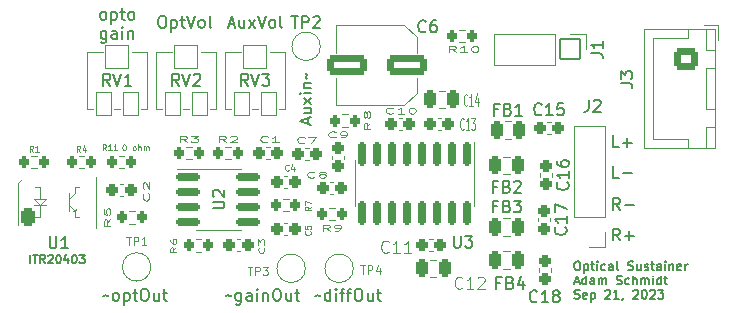
<source format=gbr>
%TF.GenerationSoftware,KiCad,Pcbnew,(6.0.7-1)-1*%
%TF.CreationDate,2023-09-21T22:33:58-04:00*%
%TF.ProjectId,EMHarpsichord_Stage1,454d4861-7270-4736-9963-686f72645f53,rev?*%
%TF.SameCoordinates,Original*%
%TF.FileFunction,Legend,Top*%
%TF.FilePolarity,Positive*%
%FSLAX46Y46*%
G04 Gerber Fmt 4.6, Leading zero omitted, Abs format (unit mm)*
G04 Created by KiCad (PCBNEW (6.0.7-1)-1) date 2023-09-21 22:33:58*
%MOMM*%
%LPD*%
G01*
G04 APERTURE LIST*
G04 Aperture macros list*
%AMRoundRect*
0 Rectangle with rounded corners*
0 $1 Rounding radius*
0 $2 $3 $4 $5 $6 $7 $8 $9 X,Y pos of 4 corners*
0 Add a 4 corners polygon primitive as box body*
4,1,4,$2,$3,$4,$5,$6,$7,$8,$9,$2,$3,0*
0 Add four circle primitives for the rounded corners*
1,1,$1+$1,$2,$3*
1,1,$1+$1,$4,$5*
1,1,$1+$1,$6,$7*
1,1,$1+$1,$8,$9*
0 Add four rect primitives between the rounded corners*
20,1,$1+$1,$2,$3,$4,$5,0*
20,1,$1+$1,$4,$5,$6,$7,0*
20,1,$1+$1,$6,$7,$8,$9,0*
20,1,$1+$1,$8,$9,$2,$3,0*%
G04 Aperture macros list end*
%ADD10C,0.150000*%
%ADD11C,0.125000*%
%ADD12C,0.100000*%
%ADD13C,0.120000*%
%ADD14C,2.100000*%
%ADD15RoundRect,0.275000X-0.225000X-0.250000X0.225000X-0.250000X0.225000X0.250000X-0.225000X0.250000X0*%
%ADD16RoundRect,0.250000X0.200000X0.275000X-0.200000X0.275000X-0.200000X-0.275000X0.200000X-0.275000X0*%
%ADD17C,1.800000*%
%ADD18O,1.800000X1.800000*%
%ADD19RoundRect,0.300000X-0.250000X-0.475000X0.250000X-0.475000X0.250000X0.475000X-0.250000X0.475000X0*%
%ADD20RoundRect,0.275000X-0.250000X0.225000X-0.250000X-0.225000X0.250000X-0.225000X0.250000X0.225000X0*%
%ADD21C,3.600000*%
%ADD22RoundRect,0.050000X-0.850000X0.850000X-0.850000X-0.850000X0.850000X-0.850000X0.850000X0.850000X0*%
%ADD23RoundRect,0.050000X-0.650000X1.000000X-0.650000X-1.000000X0.650000X-1.000000X0.650000X1.000000X0*%
%ADD24RoundRect,0.050000X-1.000000X1.000000X-1.000000X-1.000000X1.000000X-1.000000X1.000000X1.000000X0*%
%ADD25RoundRect,0.250000X-0.200000X-0.275000X0.200000X-0.275000X0.200000X0.275000X-0.200000X0.275000X0*%
%ADD26RoundRect,0.275000X0.250000X-0.225000X0.250000X0.225000X-0.250000X0.225000X-0.250000X-0.225000X0*%
%ADD27RoundRect,0.300000X1.412500X0.550000X-1.412500X0.550000X-1.412500X-0.550000X1.412500X-0.550000X0*%
%ADD28RoundRect,0.275000X0.225000X0.250000X-0.225000X0.250000X-0.225000X-0.250000X0.225000X-0.250000X0*%
%ADD29RoundRect,0.300000X0.250000X0.475000X-0.250000X0.475000X-0.250000X-0.475000X0.250000X-0.475000X0*%
%ADD30RoundRect,0.212500X-0.825000X-0.162500X0.825000X-0.162500X0.825000X0.162500X-0.825000X0.162500X0*%
%ADD31RoundRect,0.300000X-0.725000X0.600000X-0.725000X-0.600000X0.725000X-0.600000X0.725000X0.600000X0*%
%ADD32O,2.050000X1.800000*%
%ADD33RoundRect,0.200000X-0.150000X0.850000X-0.150000X-0.850000X0.150000X-0.850000X0.150000X0.850000X0*%
%ADD34C,7.100000*%
%ADD35C,1.700000*%
%ADD36RoundRect,0.299700X-0.300300X-0.500300X0.300300X-0.500300X0.300300X0.500300X-0.300300X0.500300X0*%
%ADD37O,1.200000X1.600000*%
G04 APERTURE END LIST*
D10*
X137723809Y-94829380D02*
X137914285Y-94829380D01*
X138009523Y-94877000D01*
X138104761Y-94972238D01*
X138152380Y-95162714D01*
X138152380Y-95496047D01*
X138104761Y-95686523D01*
X138009523Y-95781761D01*
X137914285Y-95829380D01*
X137723809Y-95829380D01*
X137628571Y-95781761D01*
X137533333Y-95686523D01*
X137485714Y-95496047D01*
X137485714Y-95162714D01*
X137533333Y-94972238D01*
X137628571Y-94877000D01*
X137723809Y-94829380D01*
X138580952Y-95162714D02*
X138580952Y-96162714D01*
X138580952Y-95210333D02*
X138676190Y-95162714D01*
X138866666Y-95162714D01*
X138961904Y-95210333D01*
X139009523Y-95257952D01*
X139057142Y-95353190D01*
X139057142Y-95638904D01*
X139009523Y-95734142D01*
X138961904Y-95781761D01*
X138866666Y-95829380D01*
X138676190Y-95829380D01*
X138580952Y-95781761D01*
X139342857Y-95162714D02*
X139723809Y-95162714D01*
X139485714Y-94829380D02*
X139485714Y-95686523D01*
X139533333Y-95781761D01*
X139628571Y-95829380D01*
X139723809Y-95829380D01*
X139914285Y-94829380D02*
X140247619Y-95829380D01*
X140580952Y-94829380D01*
X141057142Y-95829380D02*
X140961904Y-95781761D01*
X140914285Y-95734142D01*
X140866666Y-95638904D01*
X140866666Y-95353190D01*
X140914285Y-95257952D01*
X140961904Y-95210333D01*
X141057142Y-95162714D01*
X141200000Y-95162714D01*
X141295238Y-95210333D01*
X141342857Y-95257952D01*
X141390476Y-95353190D01*
X141390476Y-95638904D01*
X141342857Y-95734142D01*
X141295238Y-95781761D01*
X141200000Y-95829380D01*
X141057142Y-95829380D01*
X141961904Y-95829380D02*
X141866666Y-95781761D01*
X141819047Y-95686523D01*
X141819047Y-94829380D01*
X126621666Y-115759666D02*
X126621666Y-115059666D01*
X126855000Y-115059666D02*
X127255000Y-115059666D01*
X127055000Y-115759666D02*
X127055000Y-115059666D01*
X127888333Y-115759666D02*
X127655000Y-115426333D01*
X127488333Y-115759666D02*
X127488333Y-115059666D01*
X127755000Y-115059666D01*
X127821666Y-115093000D01*
X127855000Y-115126333D01*
X127888333Y-115193000D01*
X127888333Y-115293000D01*
X127855000Y-115359666D01*
X127821666Y-115393000D01*
X127755000Y-115426333D01*
X127488333Y-115426333D01*
X128155000Y-115126333D02*
X128188333Y-115093000D01*
X128255000Y-115059666D01*
X128421666Y-115059666D01*
X128488333Y-115093000D01*
X128521666Y-115126333D01*
X128555000Y-115193000D01*
X128555000Y-115259666D01*
X128521666Y-115359666D01*
X128121666Y-115759666D01*
X128555000Y-115759666D01*
X128988333Y-115059666D02*
X129055000Y-115059666D01*
X129121666Y-115093000D01*
X129155000Y-115126333D01*
X129188333Y-115193000D01*
X129221666Y-115326333D01*
X129221666Y-115493000D01*
X129188333Y-115626333D01*
X129155000Y-115693000D01*
X129121666Y-115726333D01*
X129055000Y-115759666D01*
X128988333Y-115759666D01*
X128921666Y-115726333D01*
X128888333Y-115693000D01*
X128855000Y-115626333D01*
X128821666Y-115493000D01*
X128821666Y-115326333D01*
X128855000Y-115193000D01*
X128888333Y-115126333D01*
X128921666Y-115093000D01*
X128988333Y-115059666D01*
X129821666Y-115293000D02*
X129821666Y-115759666D01*
X129655000Y-115026333D02*
X129488333Y-115526333D01*
X129921666Y-115526333D01*
X130321666Y-115059666D02*
X130388333Y-115059666D01*
X130455000Y-115093000D01*
X130488333Y-115126333D01*
X130521666Y-115193000D01*
X130555000Y-115326333D01*
X130555000Y-115493000D01*
X130521666Y-115626333D01*
X130488333Y-115693000D01*
X130455000Y-115726333D01*
X130388333Y-115759666D01*
X130321666Y-115759666D01*
X130255000Y-115726333D01*
X130221666Y-115693000D01*
X130188333Y-115626333D01*
X130155000Y-115493000D01*
X130155000Y-115326333D01*
X130188333Y-115193000D01*
X130221666Y-115126333D01*
X130255000Y-115093000D01*
X130321666Y-115059666D01*
X130788333Y-115059666D02*
X131221666Y-115059666D01*
X130988333Y-115326333D01*
X131088333Y-115326333D01*
X131155000Y-115359666D01*
X131188333Y-115393000D01*
X131221666Y-115459666D01*
X131221666Y-115626333D01*
X131188333Y-115693000D01*
X131155000Y-115726333D01*
X131088333Y-115759666D01*
X130888333Y-115759666D01*
X130821666Y-115726333D01*
X130788333Y-115693000D01*
D11*
X134557000Y-105717190D02*
X134604619Y-105717190D01*
X134652238Y-105741000D01*
X134676047Y-105764809D01*
X134699857Y-105812428D01*
X134723666Y-105907666D01*
X134723666Y-106026714D01*
X134699857Y-106121952D01*
X134676047Y-106169571D01*
X134652238Y-106193380D01*
X134604619Y-106217190D01*
X134557000Y-106217190D01*
X134509380Y-106193380D01*
X134485571Y-106169571D01*
X134461761Y-106121952D01*
X134437952Y-106026714D01*
X134437952Y-105907666D01*
X134461761Y-105812428D01*
X134485571Y-105764809D01*
X134509380Y-105741000D01*
X134557000Y-105717190D01*
X135390333Y-106217190D02*
X135342714Y-106193380D01*
X135318904Y-106169571D01*
X135295095Y-106121952D01*
X135295095Y-105979095D01*
X135318904Y-105931476D01*
X135342714Y-105907666D01*
X135390333Y-105883857D01*
X135461761Y-105883857D01*
X135509380Y-105907666D01*
X135533190Y-105931476D01*
X135557000Y-105979095D01*
X135557000Y-106121952D01*
X135533190Y-106169571D01*
X135509380Y-106193380D01*
X135461761Y-106217190D01*
X135390333Y-106217190D01*
X135771285Y-106217190D02*
X135771285Y-105717190D01*
X135985571Y-106217190D02*
X135985571Y-105955285D01*
X135961761Y-105907666D01*
X135914142Y-105883857D01*
X135842714Y-105883857D01*
X135795095Y-105907666D01*
X135771285Y-105931476D01*
X136223666Y-106217190D02*
X136223666Y-105883857D01*
X136223666Y-105931476D02*
X136247476Y-105907666D01*
X136295095Y-105883857D01*
X136366523Y-105883857D01*
X136414142Y-105907666D01*
X136437952Y-105955285D01*
X136437952Y-106217190D01*
X136437952Y-105955285D02*
X136461761Y-105907666D01*
X136509380Y-105883857D01*
X136580809Y-105883857D01*
X136628428Y-105907666D01*
X136652238Y-105955285D01*
X136652238Y-106217190D01*
D10*
X176547476Y-113843380D02*
X176214142Y-113367190D01*
X175976047Y-113843380D02*
X175976047Y-112843380D01*
X176357000Y-112843380D01*
X176452238Y-112891000D01*
X176499857Y-112938619D01*
X176547476Y-113033857D01*
X176547476Y-113176714D01*
X176499857Y-113271952D01*
X176452238Y-113319571D01*
X176357000Y-113367190D01*
X175976047Y-113367190D01*
X176976047Y-113462428D02*
X177737952Y-113462428D01*
X177357000Y-113843380D02*
X177357000Y-113081476D01*
X143184952Y-118562428D02*
X143232571Y-118514809D01*
X143327809Y-118467190D01*
X143518285Y-118562428D01*
X143613523Y-118514809D01*
X143661142Y-118467190D01*
X144470666Y-118276714D02*
X144470666Y-119086238D01*
X144423047Y-119181476D01*
X144375428Y-119229095D01*
X144280190Y-119276714D01*
X144137333Y-119276714D01*
X144042095Y-119229095D01*
X144470666Y-118895761D02*
X144375428Y-118943380D01*
X144184952Y-118943380D01*
X144089714Y-118895761D01*
X144042095Y-118848142D01*
X143994476Y-118752904D01*
X143994476Y-118467190D01*
X144042095Y-118371952D01*
X144089714Y-118324333D01*
X144184952Y-118276714D01*
X144375428Y-118276714D01*
X144470666Y-118324333D01*
X145375428Y-118943380D02*
X145375428Y-118419571D01*
X145327809Y-118324333D01*
X145232571Y-118276714D01*
X145042095Y-118276714D01*
X144946857Y-118324333D01*
X145375428Y-118895761D02*
X145280190Y-118943380D01*
X145042095Y-118943380D01*
X144946857Y-118895761D01*
X144899238Y-118800523D01*
X144899238Y-118705285D01*
X144946857Y-118610047D01*
X145042095Y-118562428D01*
X145280190Y-118562428D01*
X145375428Y-118514809D01*
X145851619Y-118943380D02*
X145851619Y-118276714D01*
X145851619Y-117943380D02*
X145804000Y-117991000D01*
X145851619Y-118038619D01*
X145899238Y-117991000D01*
X145851619Y-117943380D01*
X145851619Y-118038619D01*
X146327809Y-118276714D02*
X146327809Y-118943380D01*
X146327809Y-118371952D02*
X146375428Y-118324333D01*
X146470666Y-118276714D01*
X146613523Y-118276714D01*
X146708761Y-118324333D01*
X146756380Y-118419571D01*
X146756380Y-118943380D01*
X147423047Y-117943380D02*
X147613523Y-117943380D01*
X147708761Y-117991000D01*
X147804000Y-118086238D01*
X147851619Y-118276714D01*
X147851619Y-118610047D01*
X147804000Y-118800523D01*
X147708761Y-118895761D01*
X147613523Y-118943380D01*
X147423047Y-118943380D01*
X147327809Y-118895761D01*
X147232571Y-118800523D01*
X147184952Y-118610047D01*
X147184952Y-118276714D01*
X147232571Y-118086238D01*
X147327809Y-117991000D01*
X147423047Y-117943380D01*
X148708761Y-118276714D02*
X148708761Y-118943380D01*
X148280190Y-118276714D02*
X148280190Y-118800523D01*
X148327809Y-118895761D01*
X148423047Y-118943380D01*
X148565904Y-118943380D01*
X148661142Y-118895761D01*
X148708761Y-118848142D01*
X149042095Y-118276714D02*
X149423047Y-118276714D01*
X149184952Y-117943380D02*
X149184952Y-118800523D01*
X149232571Y-118895761D01*
X149327809Y-118943380D01*
X149423047Y-118943380D01*
X132723095Y-95151380D02*
X132627857Y-95103761D01*
X132580238Y-95056142D01*
X132532619Y-94960904D01*
X132532619Y-94675190D01*
X132580238Y-94579952D01*
X132627857Y-94532333D01*
X132723095Y-94484714D01*
X132865952Y-94484714D01*
X132961190Y-94532333D01*
X133008809Y-94579952D01*
X133056428Y-94675190D01*
X133056428Y-94960904D01*
X133008809Y-95056142D01*
X132961190Y-95103761D01*
X132865952Y-95151380D01*
X132723095Y-95151380D01*
X133485000Y-94484714D02*
X133485000Y-95484714D01*
X133485000Y-94532333D02*
X133580238Y-94484714D01*
X133770714Y-94484714D01*
X133865952Y-94532333D01*
X133913571Y-94579952D01*
X133961190Y-94675190D01*
X133961190Y-94960904D01*
X133913571Y-95056142D01*
X133865952Y-95103761D01*
X133770714Y-95151380D01*
X133580238Y-95151380D01*
X133485000Y-95103761D01*
X134246904Y-94484714D02*
X134627857Y-94484714D01*
X134389761Y-94151380D02*
X134389761Y-95008523D01*
X134437380Y-95103761D01*
X134532619Y-95151380D01*
X134627857Y-95151380D01*
X135104047Y-95151380D02*
X135008809Y-95103761D01*
X134961190Y-95056142D01*
X134913571Y-94960904D01*
X134913571Y-94675190D01*
X134961190Y-94579952D01*
X135008809Y-94532333D01*
X135104047Y-94484714D01*
X135246904Y-94484714D01*
X135342142Y-94532333D01*
X135389761Y-94579952D01*
X135437380Y-94675190D01*
X135437380Y-94960904D01*
X135389761Y-95056142D01*
X135342142Y-95103761D01*
X135246904Y-95151380D01*
X135104047Y-95151380D01*
X133056428Y-96094714D02*
X133056428Y-96904238D01*
X133008809Y-96999476D01*
X132961190Y-97047095D01*
X132865952Y-97094714D01*
X132723095Y-97094714D01*
X132627857Y-97047095D01*
X133056428Y-96713761D02*
X132961190Y-96761380D01*
X132770714Y-96761380D01*
X132675476Y-96713761D01*
X132627857Y-96666142D01*
X132580238Y-96570904D01*
X132580238Y-96285190D01*
X132627857Y-96189952D01*
X132675476Y-96142333D01*
X132770714Y-96094714D01*
X132961190Y-96094714D01*
X133056428Y-96142333D01*
X133961190Y-96761380D02*
X133961190Y-96237571D01*
X133913571Y-96142333D01*
X133818333Y-96094714D01*
X133627857Y-96094714D01*
X133532619Y-96142333D01*
X133961190Y-96713761D02*
X133865952Y-96761380D01*
X133627857Y-96761380D01*
X133532619Y-96713761D01*
X133485000Y-96618523D01*
X133485000Y-96523285D01*
X133532619Y-96428047D01*
X133627857Y-96380428D01*
X133865952Y-96380428D01*
X133961190Y-96332809D01*
X134437380Y-96761380D02*
X134437380Y-96094714D01*
X134437380Y-95761380D02*
X134389761Y-95809000D01*
X134437380Y-95856619D01*
X134485000Y-95809000D01*
X134437380Y-95761380D01*
X134437380Y-95856619D01*
X134913571Y-96094714D02*
X134913571Y-96761380D01*
X134913571Y-96189952D02*
X134961190Y-96142333D01*
X135056428Y-96094714D01*
X135199285Y-96094714D01*
X135294523Y-96142333D01*
X135342142Y-96237571D01*
X135342142Y-96761380D01*
X176447476Y-105943380D02*
X175971285Y-105943380D01*
X175971285Y-104943380D01*
X176780809Y-105562428D02*
X177542714Y-105562428D01*
X177161761Y-105943380D02*
X177161761Y-105181476D01*
X150153666Y-103996857D02*
X150153666Y-103520666D01*
X150439380Y-104092095D02*
X149439380Y-103758761D01*
X150439380Y-103425428D01*
X149772714Y-102663523D02*
X150439380Y-102663523D01*
X149772714Y-103092095D02*
X150296523Y-103092095D01*
X150391761Y-103044476D01*
X150439380Y-102949238D01*
X150439380Y-102806380D01*
X150391761Y-102711142D01*
X150344142Y-102663523D01*
X150439380Y-102282571D02*
X149772714Y-101758761D01*
X149772714Y-102282571D02*
X150439380Y-101758761D01*
X150439380Y-101377809D02*
X149772714Y-101377809D01*
X149439380Y-101377809D02*
X149487000Y-101425428D01*
X149534619Y-101377809D01*
X149487000Y-101330190D01*
X149439380Y-101377809D01*
X149534619Y-101377809D01*
X149772714Y-100901619D02*
X150439380Y-100901619D01*
X149867952Y-100901619D02*
X149820333Y-100854000D01*
X149772714Y-100758761D01*
X149772714Y-100615904D01*
X149820333Y-100520666D01*
X149915571Y-100473047D01*
X150439380Y-100473047D01*
X150058428Y-100139714D02*
X150010809Y-100092095D01*
X149963190Y-99996857D01*
X150058428Y-99806380D01*
X150010809Y-99711142D01*
X149963190Y-99663523D01*
X176547476Y-111243380D02*
X176214142Y-110767190D01*
X175976047Y-111243380D02*
X175976047Y-110243380D01*
X176357000Y-110243380D01*
X176452238Y-110291000D01*
X176499857Y-110338619D01*
X176547476Y-110433857D01*
X176547476Y-110576714D01*
X176499857Y-110671952D01*
X176452238Y-110719571D01*
X176357000Y-110767190D01*
X175976047Y-110767190D01*
X176976047Y-110862428D02*
X177737952Y-110862428D01*
X143430904Y-95543666D02*
X143907095Y-95543666D01*
X143335666Y-95829380D02*
X143669000Y-94829380D01*
X144002333Y-95829380D01*
X144764238Y-95162714D02*
X144764238Y-95829380D01*
X144335666Y-95162714D02*
X144335666Y-95686523D01*
X144383285Y-95781761D01*
X144478523Y-95829380D01*
X144621380Y-95829380D01*
X144716619Y-95781761D01*
X144764238Y-95734142D01*
X145145190Y-95829380D02*
X145669000Y-95162714D01*
X145145190Y-95162714D02*
X145669000Y-95829380D01*
X145907095Y-94829380D02*
X146240428Y-95829380D01*
X146573761Y-94829380D01*
X147049952Y-95829380D02*
X146954714Y-95781761D01*
X146907095Y-95734142D01*
X146859476Y-95638904D01*
X146859476Y-95353190D01*
X146907095Y-95257952D01*
X146954714Y-95210333D01*
X147049952Y-95162714D01*
X147192809Y-95162714D01*
X147288047Y-95210333D01*
X147335666Y-95257952D01*
X147383285Y-95353190D01*
X147383285Y-95638904D01*
X147335666Y-95734142D01*
X147288047Y-95781761D01*
X147192809Y-95829380D01*
X147049952Y-95829380D01*
X147954714Y-95829380D02*
X147859476Y-95781761D01*
X147811857Y-95686523D01*
X147811857Y-94829380D01*
X172884928Y-115602785D02*
X173027785Y-115602785D01*
X173099214Y-115638500D01*
X173170642Y-115709928D01*
X173206357Y-115852785D01*
X173206357Y-116102785D01*
X173170642Y-116245642D01*
X173099214Y-116317071D01*
X173027785Y-116352785D01*
X172884928Y-116352785D01*
X172813500Y-116317071D01*
X172742071Y-116245642D01*
X172706357Y-116102785D01*
X172706357Y-115852785D01*
X172742071Y-115709928D01*
X172813500Y-115638500D01*
X172884928Y-115602785D01*
X173527785Y-115852785D02*
X173527785Y-116602785D01*
X173527785Y-115888500D02*
X173599214Y-115852785D01*
X173742071Y-115852785D01*
X173813500Y-115888500D01*
X173849214Y-115924214D01*
X173884928Y-115995642D01*
X173884928Y-116209928D01*
X173849214Y-116281357D01*
X173813500Y-116317071D01*
X173742071Y-116352785D01*
X173599214Y-116352785D01*
X173527785Y-116317071D01*
X174099214Y-115852785D02*
X174384928Y-115852785D01*
X174206357Y-115602785D02*
X174206357Y-116245642D01*
X174242071Y-116317071D01*
X174313500Y-116352785D01*
X174384928Y-116352785D01*
X174634928Y-116352785D02*
X174634928Y-115852785D01*
X174634928Y-115602785D02*
X174599214Y-115638500D01*
X174634928Y-115674214D01*
X174670642Y-115638500D01*
X174634928Y-115602785D01*
X174634928Y-115674214D01*
X175313500Y-116317071D02*
X175242071Y-116352785D01*
X175099214Y-116352785D01*
X175027785Y-116317071D01*
X174992071Y-116281357D01*
X174956357Y-116209928D01*
X174956357Y-115995642D01*
X174992071Y-115924214D01*
X175027785Y-115888500D01*
X175099214Y-115852785D01*
X175242071Y-115852785D01*
X175313500Y-115888500D01*
X175956357Y-116352785D02*
X175956357Y-115959928D01*
X175920642Y-115888500D01*
X175849214Y-115852785D01*
X175706357Y-115852785D01*
X175634928Y-115888500D01*
X175956357Y-116317071D02*
X175884928Y-116352785D01*
X175706357Y-116352785D01*
X175634928Y-116317071D01*
X175599214Y-116245642D01*
X175599214Y-116174214D01*
X175634928Y-116102785D01*
X175706357Y-116067071D01*
X175884928Y-116067071D01*
X175956357Y-116031357D01*
X176420642Y-116352785D02*
X176349214Y-116317071D01*
X176313500Y-116245642D01*
X176313500Y-115602785D01*
X177242071Y-116317071D02*
X177349214Y-116352785D01*
X177527785Y-116352785D01*
X177599214Y-116317071D01*
X177634928Y-116281357D01*
X177670642Y-116209928D01*
X177670642Y-116138500D01*
X177634928Y-116067071D01*
X177599214Y-116031357D01*
X177527785Y-115995642D01*
X177384928Y-115959928D01*
X177313500Y-115924214D01*
X177277785Y-115888500D01*
X177242071Y-115817071D01*
X177242071Y-115745642D01*
X177277785Y-115674214D01*
X177313500Y-115638500D01*
X177384928Y-115602785D01*
X177563500Y-115602785D01*
X177670642Y-115638500D01*
X178313500Y-115852785D02*
X178313500Y-116352785D01*
X177992071Y-115852785D02*
X177992071Y-116245642D01*
X178027785Y-116317071D01*
X178099214Y-116352785D01*
X178206357Y-116352785D01*
X178277785Y-116317071D01*
X178313500Y-116281357D01*
X178634928Y-116317071D02*
X178706357Y-116352785D01*
X178849214Y-116352785D01*
X178920642Y-116317071D01*
X178956357Y-116245642D01*
X178956357Y-116209928D01*
X178920642Y-116138500D01*
X178849214Y-116102785D01*
X178742071Y-116102785D01*
X178670642Y-116067071D01*
X178634928Y-115995642D01*
X178634928Y-115959928D01*
X178670642Y-115888500D01*
X178742071Y-115852785D01*
X178849214Y-115852785D01*
X178920642Y-115888500D01*
X179170642Y-115852785D02*
X179456357Y-115852785D01*
X179277785Y-115602785D02*
X179277785Y-116245642D01*
X179313500Y-116317071D01*
X179384928Y-116352785D01*
X179456357Y-116352785D01*
X180027785Y-116352785D02*
X180027785Y-115959928D01*
X179992071Y-115888500D01*
X179920642Y-115852785D01*
X179777785Y-115852785D01*
X179706357Y-115888500D01*
X180027785Y-116317071D02*
X179956357Y-116352785D01*
X179777785Y-116352785D01*
X179706357Y-116317071D01*
X179670642Y-116245642D01*
X179670642Y-116174214D01*
X179706357Y-116102785D01*
X179777785Y-116067071D01*
X179956357Y-116067071D01*
X180027785Y-116031357D01*
X180384928Y-116352785D02*
X180384928Y-115852785D01*
X180384928Y-115602785D02*
X180349214Y-115638500D01*
X180384928Y-115674214D01*
X180420642Y-115638500D01*
X180384928Y-115602785D01*
X180384928Y-115674214D01*
X180742071Y-115852785D02*
X180742071Y-116352785D01*
X180742071Y-115924214D02*
X180777785Y-115888500D01*
X180849214Y-115852785D01*
X180956357Y-115852785D01*
X181027785Y-115888500D01*
X181063500Y-115959928D01*
X181063500Y-116352785D01*
X181706357Y-116317071D02*
X181634928Y-116352785D01*
X181492071Y-116352785D01*
X181420642Y-116317071D01*
X181384928Y-116245642D01*
X181384928Y-115959928D01*
X181420642Y-115888500D01*
X181492071Y-115852785D01*
X181634928Y-115852785D01*
X181706357Y-115888500D01*
X181742071Y-115959928D01*
X181742071Y-116031357D01*
X181384928Y-116102785D01*
X182063500Y-116352785D02*
X182063500Y-115852785D01*
X182063500Y-115995642D02*
X182099214Y-115924214D01*
X182134928Y-115888500D01*
X182206357Y-115852785D01*
X182277785Y-115852785D01*
X172706357Y-117346000D02*
X173063500Y-117346000D01*
X172634928Y-117560285D02*
X172884928Y-116810285D01*
X173134928Y-117560285D01*
X173706357Y-117560285D02*
X173706357Y-116810285D01*
X173706357Y-117524571D02*
X173634928Y-117560285D01*
X173492071Y-117560285D01*
X173420642Y-117524571D01*
X173384928Y-117488857D01*
X173349214Y-117417428D01*
X173349214Y-117203142D01*
X173384928Y-117131714D01*
X173420642Y-117096000D01*
X173492071Y-117060285D01*
X173634928Y-117060285D01*
X173706357Y-117096000D01*
X174384928Y-117560285D02*
X174384928Y-117167428D01*
X174349214Y-117096000D01*
X174277785Y-117060285D01*
X174134928Y-117060285D01*
X174063500Y-117096000D01*
X174384928Y-117524571D02*
X174313500Y-117560285D01*
X174134928Y-117560285D01*
X174063500Y-117524571D01*
X174027785Y-117453142D01*
X174027785Y-117381714D01*
X174063500Y-117310285D01*
X174134928Y-117274571D01*
X174313500Y-117274571D01*
X174384928Y-117238857D01*
X174742071Y-117560285D02*
X174742071Y-117060285D01*
X174742071Y-117131714D02*
X174777785Y-117096000D01*
X174849214Y-117060285D01*
X174956357Y-117060285D01*
X175027785Y-117096000D01*
X175063500Y-117167428D01*
X175063500Y-117560285D01*
X175063500Y-117167428D02*
X175099214Y-117096000D01*
X175170642Y-117060285D01*
X175277785Y-117060285D01*
X175349214Y-117096000D01*
X175384928Y-117167428D01*
X175384928Y-117560285D01*
X176277785Y-117524571D02*
X176384928Y-117560285D01*
X176563500Y-117560285D01*
X176634928Y-117524571D01*
X176670642Y-117488857D01*
X176706357Y-117417428D01*
X176706357Y-117346000D01*
X176670642Y-117274571D01*
X176634928Y-117238857D01*
X176563500Y-117203142D01*
X176420642Y-117167428D01*
X176349214Y-117131714D01*
X176313500Y-117096000D01*
X176277785Y-117024571D01*
X176277785Y-116953142D01*
X176313500Y-116881714D01*
X176349214Y-116846000D01*
X176420642Y-116810285D01*
X176599214Y-116810285D01*
X176706357Y-116846000D01*
X177349214Y-117524571D02*
X177277785Y-117560285D01*
X177134928Y-117560285D01*
X177063500Y-117524571D01*
X177027785Y-117488857D01*
X176992071Y-117417428D01*
X176992071Y-117203142D01*
X177027785Y-117131714D01*
X177063500Y-117096000D01*
X177134928Y-117060285D01*
X177277785Y-117060285D01*
X177349214Y-117096000D01*
X177670642Y-117560285D02*
X177670642Y-116810285D01*
X177992071Y-117560285D02*
X177992071Y-117167428D01*
X177956357Y-117096000D01*
X177884928Y-117060285D01*
X177777785Y-117060285D01*
X177706357Y-117096000D01*
X177670642Y-117131714D01*
X178349214Y-117560285D02*
X178349214Y-117060285D01*
X178349214Y-117131714D02*
X178384928Y-117096000D01*
X178456357Y-117060285D01*
X178563500Y-117060285D01*
X178634928Y-117096000D01*
X178670642Y-117167428D01*
X178670642Y-117560285D01*
X178670642Y-117167428D02*
X178706357Y-117096000D01*
X178777785Y-117060285D01*
X178884928Y-117060285D01*
X178956357Y-117096000D01*
X178992071Y-117167428D01*
X178992071Y-117560285D01*
X179349214Y-117560285D02*
X179349214Y-117060285D01*
X179349214Y-116810285D02*
X179313500Y-116846000D01*
X179349214Y-116881714D01*
X179384928Y-116846000D01*
X179349214Y-116810285D01*
X179349214Y-116881714D01*
X180027785Y-117560285D02*
X180027785Y-116810285D01*
X180027785Y-117524571D02*
X179956357Y-117560285D01*
X179813500Y-117560285D01*
X179742071Y-117524571D01*
X179706357Y-117488857D01*
X179670642Y-117417428D01*
X179670642Y-117203142D01*
X179706357Y-117131714D01*
X179742071Y-117096000D01*
X179813500Y-117060285D01*
X179956357Y-117060285D01*
X180027785Y-117096000D01*
X180277785Y-117060285D02*
X180563500Y-117060285D01*
X180384928Y-116810285D02*
X180384928Y-117453142D01*
X180420642Y-117524571D01*
X180492071Y-117560285D01*
X180563500Y-117560285D01*
X172706357Y-118732071D02*
X172813500Y-118767785D01*
X172992071Y-118767785D01*
X173063500Y-118732071D01*
X173099214Y-118696357D01*
X173134928Y-118624928D01*
X173134928Y-118553500D01*
X173099214Y-118482071D01*
X173063500Y-118446357D01*
X172992071Y-118410642D01*
X172849214Y-118374928D01*
X172777785Y-118339214D01*
X172742071Y-118303500D01*
X172706357Y-118232071D01*
X172706357Y-118160642D01*
X172742071Y-118089214D01*
X172777785Y-118053500D01*
X172849214Y-118017785D01*
X173027785Y-118017785D01*
X173134928Y-118053500D01*
X173742071Y-118732071D02*
X173670642Y-118767785D01*
X173527785Y-118767785D01*
X173456357Y-118732071D01*
X173420642Y-118660642D01*
X173420642Y-118374928D01*
X173456357Y-118303500D01*
X173527785Y-118267785D01*
X173670642Y-118267785D01*
X173742071Y-118303500D01*
X173777785Y-118374928D01*
X173777785Y-118446357D01*
X173420642Y-118517785D01*
X174099214Y-118267785D02*
X174099214Y-119017785D01*
X174099214Y-118303500D02*
X174170642Y-118267785D01*
X174313500Y-118267785D01*
X174384928Y-118303500D01*
X174420642Y-118339214D01*
X174456357Y-118410642D01*
X174456357Y-118624928D01*
X174420642Y-118696357D01*
X174384928Y-118732071D01*
X174313500Y-118767785D01*
X174170642Y-118767785D01*
X174099214Y-118732071D01*
X175313500Y-118089214D02*
X175349214Y-118053500D01*
X175420642Y-118017785D01*
X175599214Y-118017785D01*
X175670642Y-118053500D01*
X175706357Y-118089214D01*
X175742071Y-118160642D01*
X175742071Y-118232071D01*
X175706357Y-118339214D01*
X175277785Y-118767785D01*
X175742071Y-118767785D01*
X176456357Y-118767785D02*
X176027785Y-118767785D01*
X176242071Y-118767785D02*
X176242071Y-118017785D01*
X176170642Y-118124928D01*
X176099214Y-118196357D01*
X176027785Y-118232071D01*
X176813500Y-118732071D02*
X176813500Y-118767785D01*
X176777785Y-118839214D01*
X176742071Y-118874928D01*
X177670642Y-118089214D02*
X177706357Y-118053500D01*
X177777785Y-118017785D01*
X177956357Y-118017785D01*
X178027785Y-118053500D01*
X178063500Y-118089214D01*
X178099214Y-118160642D01*
X178099214Y-118232071D01*
X178063500Y-118339214D01*
X177634928Y-118767785D01*
X178099214Y-118767785D01*
X178563500Y-118017785D02*
X178634928Y-118017785D01*
X178706357Y-118053500D01*
X178742071Y-118089214D01*
X178777785Y-118160642D01*
X178813500Y-118303500D01*
X178813500Y-118482071D01*
X178777785Y-118624928D01*
X178742071Y-118696357D01*
X178706357Y-118732071D01*
X178634928Y-118767785D01*
X178563500Y-118767785D01*
X178492071Y-118732071D01*
X178456357Y-118696357D01*
X178420642Y-118624928D01*
X178384928Y-118482071D01*
X178384928Y-118303500D01*
X178420642Y-118160642D01*
X178456357Y-118089214D01*
X178492071Y-118053500D01*
X178563500Y-118017785D01*
X179099214Y-118089214D02*
X179134928Y-118053500D01*
X179206357Y-118017785D01*
X179384928Y-118017785D01*
X179456357Y-118053500D01*
X179492071Y-118089214D01*
X179527785Y-118160642D01*
X179527785Y-118232071D01*
X179492071Y-118339214D01*
X179063500Y-118767785D01*
X179527785Y-118767785D01*
X179777785Y-118017785D02*
X180242071Y-118017785D01*
X179992071Y-118303500D01*
X180099214Y-118303500D01*
X180170642Y-118339214D01*
X180206357Y-118374928D01*
X180242071Y-118446357D01*
X180242071Y-118624928D01*
X180206357Y-118696357D01*
X180170642Y-118732071D01*
X180099214Y-118767785D01*
X179884928Y-118767785D01*
X179813500Y-118732071D01*
X179777785Y-118696357D01*
X150757285Y-118562428D02*
X150804904Y-118514809D01*
X150900142Y-118467190D01*
X151090619Y-118562428D01*
X151185857Y-118514809D01*
X151233476Y-118467190D01*
X152043000Y-118943380D02*
X152043000Y-117943380D01*
X152043000Y-118895761D02*
X151947761Y-118943380D01*
X151757285Y-118943380D01*
X151662047Y-118895761D01*
X151614428Y-118848142D01*
X151566809Y-118752904D01*
X151566809Y-118467190D01*
X151614428Y-118371952D01*
X151662047Y-118324333D01*
X151757285Y-118276714D01*
X151947761Y-118276714D01*
X152043000Y-118324333D01*
X152519190Y-118943380D02*
X152519190Y-118276714D01*
X152519190Y-117943380D02*
X152471571Y-117991000D01*
X152519190Y-118038619D01*
X152566809Y-117991000D01*
X152519190Y-117943380D01*
X152519190Y-118038619D01*
X152852523Y-118276714D02*
X153233476Y-118276714D01*
X152995380Y-118943380D02*
X152995380Y-118086238D01*
X153043000Y-117991000D01*
X153138238Y-117943380D01*
X153233476Y-117943380D01*
X153423952Y-118276714D02*
X153804904Y-118276714D01*
X153566809Y-118943380D02*
X153566809Y-118086238D01*
X153614428Y-117991000D01*
X153709666Y-117943380D01*
X153804904Y-117943380D01*
X154328714Y-117943380D02*
X154519190Y-117943380D01*
X154614428Y-117991000D01*
X154709666Y-118086238D01*
X154757285Y-118276714D01*
X154757285Y-118610047D01*
X154709666Y-118800523D01*
X154614428Y-118895761D01*
X154519190Y-118943380D01*
X154328714Y-118943380D01*
X154233476Y-118895761D01*
X154138238Y-118800523D01*
X154090619Y-118610047D01*
X154090619Y-118276714D01*
X154138238Y-118086238D01*
X154233476Y-117991000D01*
X154328714Y-117943380D01*
X155614428Y-118276714D02*
X155614428Y-118943380D01*
X155185857Y-118276714D02*
X155185857Y-118800523D01*
X155233476Y-118895761D01*
X155328714Y-118943380D01*
X155471571Y-118943380D01*
X155566809Y-118895761D01*
X155614428Y-118848142D01*
X155947761Y-118276714D02*
X156328714Y-118276714D01*
X156090619Y-117943380D02*
X156090619Y-118800523D01*
X156138238Y-118895761D01*
X156233476Y-118943380D01*
X156328714Y-118943380D01*
X176447476Y-108543380D02*
X175971285Y-108543380D01*
X175971285Y-107543380D01*
X176780809Y-108162428D02*
X177542714Y-108162428D01*
X132794714Y-118562428D02*
X132842333Y-118514809D01*
X132937571Y-118467190D01*
X133128047Y-118562428D01*
X133223285Y-118514809D01*
X133270904Y-118467190D01*
X133794714Y-118943380D02*
X133699476Y-118895761D01*
X133651857Y-118848142D01*
X133604238Y-118752904D01*
X133604238Y-118467190D01*
X133651857Y-118371952D01*
X133699476Y-118324333D01*
X133794714Y-118276714D01*
X133937571Y-118276714D01*
X134032809Y-118324333D01*
X134080428Y-118371952D01*
X134128047Y-118467190D01*
X134128047Y-118752904D01*
X134080428Y-118848142D01*
X134032809Y-118895761D01*
X133937571Y-118943380D01*
X133794714Y-118943380D01*
X134556619Y-118276714D02*
X134556619Y-119276714D01*
X134556619Y-118324333D02*
X134651857Y-118276714D01*
X134842333Y-118276714D01*
X134937571Y-118324333D01*
X134985190Y-118371952D01*
X135032809Y-118467190D01*
X135032809Y-118752904D01*
X134985190Y-118848142D01*
X134937571Y-118895761D01*
X134842333Y-118943380D01*
X134651857Y-118943380D01*
X134556619Y-118895761D01*
X135318523Y-118276714D02*
X135699476Y-118276714D01*
X135461380Y-117943380D02*
X135461380Y-118800523D01*
X135509000Y-118895761D01*
X135604238Y-118943380D01*
X135699476Y-118943380D01*
X136223285Y-117943380D02*
X136413761Y-117943380D01*
X136509000Y-117991000D01*
X136604238Y-118086238D01*
X136651857Y-118276714D01*
X136651857Y-118610047D01*
X136604238Y-118800523D01*
X136509000Y-118895761D01*
X136413761Y-118943380D01*
X136223285Y-118943380D01*
X136128047Y-118895761D01*
X136032809Y-118800523D01*
X135985190Y-118610047D01*
X135985190Y-118276714D01*
X136032809Y-118086238D01*
X136128047Y-117991000D01*
X136223285Y-117943380D01*
X137509000Y-118276714D02*
X137509000Y-118943380D01*
X137080428Y-118276714D02*
X137080428Y-118800523D01*
X137128047Y-118895761D01*
X137223285Y-118943380D01*
X137366142Y-118943380D01*
X137461380Y-118895761D01*
X137509000Y-118848142D01*
X137842333Y-118276714D02*
X138223285Y-118276714D01*
X137985190Y-117943380D02*
X137985190Y-118800523D01*
X138032809Y-118895761D01*
X138128047Y-118943380D01*
X138223285Y-118943380D01*
D12*
%TO.C,TP4*%
X154564666Y-115948666D02*
X154964666Y-115948666D01*
X154764666Y-116648666D02*
X154764666Y-115948666D01*
X155198000Y-116648666D02*
X155198000Y-115948666D01*
X155464666Y-115948666D01*
X155531333Y-115982000D01*
X155564666Y-116015333D01*
X155598000Y-116082000D01*
X155598000Y-116182000D01*
X155564666Y-116248666D01*
X155531333Y-116282000D01*
X155464666Y-116315333D01*
X155198000Y-116315333D01*
X156198000Y-116182000D02*
X156198000Y-116648666D01*
X156031333Y-115915333D02*
X155864666Y-116415333D01*
X156298000Y-116415333D01*
%TO.C,C2*%
X136635571Y-109857666D02*
X136659380Y-109905285D01*
X136683190Y-110048142D01*
X136683190Y-110143380D01*
X136659380Y-110286238D01*
X136611761Y-110381476D01*
X136564142Y-110429095D01*
X136468904Y-110476714D01*
X136397476Y-110476714D01*
X136302238Y-110429095D01*
X136254619Y-110381476D01*
X136207000Y-110286238D01*
X136183190Y-110143380D01*
X136183190Y-110048142D01*
X136207000Y-109905285D01*
X136230809Y-109857666D01*
X136230809Y-109476714D02*
X136207000Y-109429095D01*
X136183190Y-109333857D01*
X136183190Y-109095761D01*
X136207000Y-109000523D01*
X136230809Y-108952904D01*
X136278428Y-108905285D01*
X136326047Y-108905285D01*
X136397476Y-108952904D01*
X136683190Y-109524333D01*
X136683190Y-108905285D01*
%TO.C,R4*%
X130873666Y-106317190D02*
X130707000Y-106079095D01*
X130587952Y-106317190D02*
X130587952Y-105817190D01*
X130778428Y-105817190D01*
X130826047Y-105841000D01*
X130849857Y-105864809D01*
X130873666Y-105912428D01*
X130873666Y-105983857D01*
X130849857Y-106031476D01*
X130826047Y-106055285D01*
X130778428Y-106079095D01*
X130587952Y-106079095D01*
X131302238Y-105983857D02*
X131302238Y-106317190D01*
X131183190Y-105793380D02*
X131064142Y-106150523D01*
X131373666Y-106150523D01*
%TO.C,R11*%
X133035571Y-106217190D02*
X132868904Y-105979095D01*
X132749857Y-106217190D02*
X132749857Y-105717190D01*
X132940333Y-105717190D01*
X132987952Y-105741000D01*
X133011761Y-105764809D01*
X133035571Y-105812428D01*
X133035571Y-105883857D01*
X133011761Y-105931476D01*
X132987952Y-105955285D01*
X132940333Y-105979095D01*
X132749857Y-105979095D01*
X133511761Y-106217190D02*
X133226047Y-106217190D01*
X133368904Y-106217190D02*
X133368904Y-105717190D01*
X133321285Y-105788619D01*
X133273666Y-105836238D01*
X133226047Y-105860047D01*
X133987952Y-106217190D02*
X133702238Y-106217190D01*
X133845095Y-106217190D02*
X133845095Y-105717190D01*
X133797476Y-105788619D01*
X133749857Y-105836238D01*
X133702238Y-105860047D01*
D10*
%TO.C,J2*%
X173910666Y-101941380D02*
X173910666Y-102655666D01*
X173863047Y-102798523D01*
X173767809Y-102893761D01*
X173624952Y-102941380D01*
X173529714Y-102941380D01*
X174339238Y-102036619D02*
X174386857Y-101989000D01*
X174482095Y-101941380D01*
X174720190Y-101941380D01*
X174815428Y-101989000D01*
X174863047Y-102036619D01*
X174910666Y-102131857D01*
X174910666Y-102227095D01*
X174863047Y-102369952D01*
X174291619Y-102941380D01*
X174910666Y-102941380D01*
%TO.C,FB3*%
X166123666Y-110939571D02*
X165790333Y-110939571D01*
X165790333Y-111463380D02*
X165790333Y-110463380D01*
X166266523Y-110463380D01*
X166980809Y-110939571D02*
X167123666Y-110987190D01*
X167171285Y-111034809D01*
X167218904Y-111130047D01*
X167218904Y-111272904D01*
X167171285Y-111368142D01*
X167123666Y-111415761D01*
X167028428Y-111463380D01*
X166647476Y-111463380D01*
X166647476Y-110463380D01*
X166980809Y-110463380D01*
X167076047Y-110511000D01*
X167123666Y-110558619D01*
X167171285Y-110653857D01*
X167171285Y-110749095D01*
X167123666Y-110844333D01*
X167076047Y-110891952D01*
X166980809Y-110939571D01*
X166647476Y-110939571D01*
X167552238Y-110463380D02*
X168171285Y-110463380D01*
X167837952Y-110844333D01*
X167980809Y-110844333D01*
X168076047Y-110891952D01*
X168123666Y-110939571D01*
X168171285Y-111034809D01*
X168171285Y-111272904D01*
X168123666Y-111368142D01*
X168076047Y-111415761D01*
X167980809Y-111463380D01*
X167695095Y-111463380D01*
X167599857Y-111415761D01*
X167552238Y-111368142D01*
D11*
%TO.C,C3*%
X146383643Y-114455875D02*
X146407452Y-114491113D01*
X146431262Y-114596827D01*
X146431262Y-114667303D01*
X146407452Y-114773018D01*
X146359833Y-114843494D01*
X146312214Y-114878732D01*
X146216976Y-114913970D01*
X146145548Y-114913970D01*
X146050310Y-114878732D01*
X146002691Y-114843494D01*
X145955072Y-114773018D01*
X145931262Y-114667303D01*
X145931262Y-114596827D01*
X145955072Y-114491113D01*
X145978881Y-114455875D01*
X145931262Y-114209208D02*
X145931262Y-113751113D01*
X146121738Y-113997780D01*
X146121738Y-113892065D01*
X146145548Y-113821589D01*
X146169357Y-113786351D01*
X146216976Y-113751113D01*
X146336024Y-113751113D01*
X146383643Y-113786351D01*
X146407452Y-113821589D01*
X146431262Y-113892065D01*
X146431262Y-114103494D01*
X146407452Y-114173970D01*
X146383643Y-114209208D01*
D12*
%TO.C,TP1*%
X134752666Y-113535666D02*
X135152666Y-113535666D01*
X134952666Y-114235666D02*
X134952666Y-113535666D01*
X135386000Y-114235666D02*
X135386000Y-113535666D01*
X135652666Y-113535666D01*
X135719333Y-113569000D01*
X135752666Y-113602333D01*
X135786000Y-113669000D01*
X135786000Y-113769000D01*
X135752666Y-113835666D01*
X135719333Y-113869000D01*
X135652666Y-113902333D01*
X135386000Y-113902333D01*
X136452666Y-114235666D02*
X136052666Y-114235666D01*
X136252666Y-114235666D02*
X136252666Y-113535666D01*
X136186000Y-113635666D01*
X136119333Y-113702333D01*
X136052666Y-113735666D01*
D10*
%TO.C,C17*%
X171944142Y-112733857D02*
X171991761Y-112781476D01*
X172039380Y-112924333D01*
X172039380Y-113019571D01*
X171991761Y-113162428D01*
X171896523Y-113257666D01*
X171801285Y-113305285D01*
X171610809Y-113352904D01*
X171467952Y-113352904D01*
X171277476Y-113305285D01*
X171182238Y-113257666D01*
X171087000Y-113162428D01*
X171039380Y-113019571D01*
X171039380Y-112924333D01*
X171087000Y-112781476D01*
X171134619Y-112733857D01*
X172039380Y-111781476D02*
X172039380Y-112352904D01*
X172039380Y-112067190D02*
X171039380Y-112067190D01*
X171182238Y-112162428D01*
X171277476Y-112257666D01*
X171325095Y-112352904D01*
X171039380Y-111448142D02*
X171039380Y-110781476D01*
X172039380Y-111210047D01*
%TO.C,*%
%TO.C,J1*%
X174106380Y-97996333D02*
X174820666Y-97996333D01*
X174963523Y-98043952D01*
X175058761Y-98139190D01*
X175106380Y-98282047D01*
X175106380Y-98377285D01*
X175106380Y-96996333D02*
X175106380Y-97567761D01*
X175106380Y-97282047D02*
X174106380Y-97282047D01*
X174249238Y-97377285D01*
X174344476Y-97472523D01*
X174392095Y-97567761D01*
%TO.C,RV1*%
X133389761Y-100743380D02*
X133056428Y-100267190D01*
X132818333Y-100743380D02*
X132818333Y-99743380D01*
X133199285Y-99743380D01*
X133294523Y-99791000D01*
X133342142Y-99838619D01*
X133389761Y-99933857D01*
X133389761Y-100076714D01*
X133342142Y-100171952D01*
X133294523Y-100219571D01*
X133199285Y-100267190D01*
X132818333Y-100267190D01*
X133675476Y-99743380D02*
X134008809Y-100743380D01*
X134342142Y-99743380D01*
X135199285Y-100743380D02*
X134627857Y-100743380D01*
X134913571Y-100743380D02*
X134913571Y-99743380D01*
X134818333Y-99886238D01*
X134723095Y-99981476D01*
X134627857Y-100029095D01*
D11*
%TO.C,R2*%
X143190333Y-105514571D02*
X142857000Y-105276476D01*
X142618904Y-105514571D02*
X142618904Y-105014571D01*
X142999857Y-105014571D01*
X143095095Y-105038381D01*
X143142714Y-105062190D01*
X143190333Y-105109809D01*
X143190333Y-105181238D01*
X143142714Y-105228857D01*
X143095095Y-105252666D01*
X142999857Y-105276476D01*
X142618904Y-105276476D01*
X143571285Y-105062190D02*
X143618904Y-105038381D01*
X143714142Y-105014571D01*
X143952238Y-105014571D01*
X144047476Y-105038381D01*
X144095095Y-105062190D01*
X144142714Y-105109809D01*
X144142714Y-105157428D01*
X144095095Y-105228857D01*
X143523666Y-105514571D01*
X144142714Y-105514571D01*
%TO.C,R10*%
X162652317Y-97881585D02*
X162318984Y-97643490D01*
X162080889Y-97881585D02*
X162080889Y-97381585D01*
X162461841Y-97381585D01*
X162557079Y-97405395D01*
X162604698Y-97429204D01*
X162652317Y-97476823D01*
X162652317Y-97548252D01*
X162604698Y-97595871D01*
X162557079Y-97619680D01*
X162461841Y-97643490D01*
X162080889Y-97643490D01*
X163604698Y-97881585D02*
X163033270Y-97881585D01*
X163318984Y-97881585D02*
X163318984Y-97381585D01*
X163223746Y-97453014D01*
X163128508Y-97500633D01*
X163033270Y-97524442D01*
X164223746Y-97381585D02*
X164318984Y-97381585D01*
X164414222Y-97405395D01*
X164461841Y-97429204D01*
X164509460Y-97476823D01*
X164557079Y-97572061D01*
X164557079Y-97691109D01*
X164509460Y-97786347D01*
X164461841Y-97833966D01*
X164414222Y-97857775D01*
X164318984Y-97881585D01*
X164223746Y-97881585D01*
X164128508Y-97857775D01*
X164080889Y-97833966D01*
X164033270Y-97786347D01*
X163985651Y-97691109D01*
X163985651Y-97572061D01*
X164033270Y-97476823D01*
X164080889Y-97429204D01*
X164128508Y-97405395D01*
X164223746Y-97381585D01*
%TO.C,C7*%
X149851582Y-105534727D02*
X149803963Y-105558536D01*
X149661106Y-105582346D01*
X149565868Y-105582346D01*
X149423010Y-105558536D01*
X149327772Y-105510917D01*
X149280153Y-105463298D01*
X149232534Y-105368060D01*
X149232534Y-105296632D01*
X149280153Y-105201394D01*
X149327772Y-105153775D01*
X149423010Y-105106156D01*
X149565868Y-105082346D01*
X149661106Y-105082346D01*
X149803963Y-105106156D01*
X149851582Y-105129965D01*
X150184915Y-105082346D02*
X150851582Y-105082346D01*
X150423010Y-105582346D01*
D12*
%TO.C,C5*%
X150335571Y-113074333D02*
X150359380Y-113098142D01*
X150383190Y-113169571D01*
X150383190Y-113217190D01*
X150359380Y-113288619D01*
X150311761Y-113336238D01*
X150264142Y-113360047D01*
X150168904Y-113383857D01*
X150097476Y-113383857D01*
X150002238Y-113360047D01*
X149954619Y-113336238D01*
X149907000Y-113288619D01*
X149883190Y-113217190D01*
X149883190Y-113169571D01*
X149907000Y-113098142D01*
X149930809Y-113074333D01*
X149883190Y-112621952D02*
X149883190Y-112860047D01*
X150121285Y-112883857D01*
X150097476Y-112860047D01*
X150073666Y-112812428D01*
X150073666Y-112693380D01*
X150097476Y-112645761D01*
X150121285Y-112621952D01*
X150168904Y-112598142D01*
X150287952Y-112598142D01*
X150335571Y-112621952D01*
X150359380Y-112645761D01*
X150383190Y-112693380D01*
X150383190Y-112812428D01*
X150359380Y-112860047D01*
X150335571Y-112883857D01*
%TO.C,TP3*%
X145039666Y-116075666D02*
X145439666Y-116075666D01*
X145239666Y-116775666D02*
X145239666Y-116075666D01*
X145673000Y-116775666D02*
X145673000Y-116075666D01*
X145939666Y-116075666D01*
X146006333Y-116109000D01*
X146039666Y-116142333D01*
X146073000Y-116209000D01*
X146073000Y-116309000D01*
X146039666Y-116375666D01*
X146006333Y-116409000D01*
X145939666Y-116442333D01*
X145673000Y-116442333D01*
X146306333Y-116075666D02*
X146739666Y-116075666D01*
X146506333Y-116342333D01*
X146606333Y-116342333D01*
X146673000Y-116375666D01*
X146706333Y-116409000D01*
X146739666Y-116475666D01*
X146739666Y-116642333D01*
X146706333Y-116709000D01*
X146673000Y-116742333D01*
X146606333Y-116775666D01*
X146406333Y-116775666D01*
X146339666Y-116742333D01*
X146306333Y-116709000D01*
D10*
%TO.C,FB4*%
X166425666Y-117403571D02*
X166092333Y-117403571D01*
X166092333Y-117927380D02*
X166092333Y-116927380D01*
X166568523Y-116927380D01*
X167282809Y-117403571D02*
X167425666Y-117451190D01*
X167473285Y-117498809D01*
X167520904Y-117594047D01*
X167520904Y-117736904D01*
X167473285Y-117832142D01*
X167425666Y-117879761D01*
X167330428Y-117927380D01*
X166949476Y-117927380D01*
X166949476Y-116927380D01*
X167282809Y-116927380D01*
X167378047Y-116975000D01*
X167425666Y-117022619D01*
X167473285Y-117117857D01*
X167473285Y-117213095D01*
X167425666Y-117308333D01*
X167378047Y-117355952D01*
X167282809Y-117403571D01*
X166949476Y-117403571D01*
X168378047Y-117260714D02*
X168378047Y-117927380D01*
X168139952Y-116879761D02*
X167901857Y-117594047D01*
X168520904Y-117594047D01*
D12*
%TO.C,R5*%
X133383190Y-112057666D02*
X133145095Y-112391000D01*
X133383190Y-112629095D02*
X132883190Y-112629095D01*
X132883190Y-112248142D01*
X132907000Y-112152904D01*
X132930809Y-112105285D01*
X132978428Y-112057666D01*
X133049857Y-112057666D01*
X133097476Y-112105285D01*
X133121285Y-112152904D01*
X133145095Y-112248142D01*
X133145095Y-112629095D01*
X132883190Y-111152904D02*
X132883190Y-111629095D01*
X133121285Y-111676714D01*
X133097476Y-111629095D01*
X133073666Y-111533857D01*
X133073666Y-111295761D01*
X133097476Y-111200523D01*
X133121285Y-111152904D01*
X133168904Y-111105285D01*
X133287952Y-111105285D01*
X133335571Y-111152904D01*
X133359380Y-111200523D01*
X133383190Y-111295761D01*
X133383190Y-111533857D01*
X133359380Y-111629095D01*
X133335571Y-111676714D01*
D11*
%TO.C,C9*%
X152490333Y-105069571D02*
X152442714Y-105093380D01*
X152299857Y-105117190D01*
X152204619Y-105117190D01*
X152061761Y-105093380D01*
X151966523Y-105045761D01*
X151918904Y-104998142D01*
X151871285Y-104902904D01*
X151871285Y-104831476D01*
X151918904Y-104736238D01*
X151966523Y-104688619D01*
X152061761Y-104641000D01*
X152204619Y-104617190D01*
X152299857Y-104617190D01*
X152442714Y-104641000D01*
X152490333Y-104664809D01*
X152966523Y-105117190D02*
X153157000Y-105117190D01*
X153252238Y-105093380D01*
X153299857Y-105069571D01*
X153395095Y-104998142D01*
X153442714Y-104902904D01*
X153442714Y-104712428D01*
X153395095Y-104664809D01*
X153347476Y-104641000D01*
X153252238Y-104617190D01*
X153061761Y-104617190D01*
X152966523Y-104641000D01*
X152918904Y-104664809D01*
X152871285Y-104712428D01*
X152871285Y-104831476D01*
X152918904Y-104879095D01*
X152966523Y-104902904D01*
X153061761Y-104926714D01*
X153252238Y-104926714D01*
X153347476Y-104902904D01*
X153395095Y-104879095D01*
X153442714Y-104831476D01*
%TO.C,R6*%
X138992822Y-114407878D02*
X138754727Y-114657878D01*
X138992822Y-114836449D02*
X138492822Y-114836449D01*
X138492822Y-114550735D01*
X138516632Y-114479306D01*
X138540441Y-114443592D01*
X138588060Y-114407878D01*
X138659489Y-114407878D01*
X138707108Y-114443592D01*
X138730917Y-114479306D01*
X138754727Y-114550735D01*
X138754727Y-114836449D01*
X138492822Y-113765020D02*
X138492822Y-113907878D01*
X138516632Y-113979306D01*
X138540441Y-114015020D01*
X138611870Y-114086449D01*
X138707108Y-114122163D01*
X138897584Y-114122163D01*
X138945203Y-114086449D01*
X138969012Y-114050735D01*
X138992822Y-113979306D01*
X138992822Y-113836449D01*
X138969012Y-113765020D01*
X138945203Y-113729306D01*
X138897584Y-113693592D01*
X138778536Y-113693592D01*
X138730917Y-113729306D01*
X138707108Y-113765020D01*
X138683298Y-113836449D01*
X138683298Y-113979306D01*
X138707108Y-114050735D01*
X138730917Y-114086449D01*
X138778536Y-114122163D01*
D10*
%TO.C,RV2*%
X139231761Y-100743380D02*
X138898428Y-100267190D01*
X138660333Y-100743380D02*
X138660333Y-99743380D01*
X139041285Y-99743380D01*
X139136523Y-99791000D01*
X139184142Y-99838619D01*
X139231761Y-99933857D01*
X139231761Y-100076714D01*
X139184142Y-100171952D01*
X139136523Y-100219571D01*
X139041285Y-100267190D01*
X138660333Y-100267190D01*
X139517476Y-99743380D02*
X139850809Y-100743380D01*
X140184142Y-99743380D01*
X140469857Y-99838619D02*
X140517476Y-99791000D01*
X140612714Y-99743380D01*
X140850809Y-99743380D01*
X140946047Y-99791000D01*
X140993666Y-99838619D01*
X141041285Y-99933857D01*
X141041285Y-100029095D01*
X140993666Y-100171952D01*
X140422238Y-100743380D01*
X141041285Y-100743380D01*
%TO.C,C6*%
X160107333Y-96115142D02*
X160059714Y-96162761D01*
X159916857Y-96210380D01*
X159821619Y-96210380D01*
X159678761Y-96162761D01*
X159583523Y-96067523D01*
X159535904Y-95972285D01*
X159488285Y-95781809D01*
X159488285Y-95638952D01*
X159535904Y-95448476D01*
X159583523Y-95353238D01*
X159678761Y-95258000D01*
X159821619Y-95210380D01*
X159916857Y-95210380D01*
X160059714Y-95258000D01*
X160107333Y-95305619D01*
X160964476Y-95210380D02*
X160774000Y-95210380D01*
X160678761Y-95258000D01*
X160631142Y-95305619D01*
X160535904Y-95448476D01*
X160488285Y-95638952D01*
X160488285Y-96019904D01*
X160535904Y-96115142D01*
X160583523Y-96162761D01*
X160678761Y-96210380D01*
X160869238Y-96210380D01*
X160964476Y-96162761D01*
X161012095Y-96115142D01*
X161059714Y-96019904D01*
X161059714Y-95781809D01*
X161012095Y-95686571D01*
X160964476Y-95638952D01*
X160869238Y-95591333D01*
X160678761Y-95591333D01*
X160583523Y-95638952D01*
X160535904Y-95686571D01*
X160488285Y-95781809D01*
%TO.C,C18*%
X169537142Y-118975142D02*
X169489523Y-119022761D01*
X169346666Y-119070380D01*
X169251428Y-119070380D01*
X169108571Y-119022761D01*
X169013333Y-118927523D01*
X168965714Y-118832285D01*
X168918095Y-118641809D01*
X168918095Y-118498952D01*
X168965714Y-118308476D01*
X169013333Y-118213238D01*
X169108571Y-118118000D01*
X169251428Y-118070380D01*
X169346666Y-118070380D01*
X169489523Y-118118000D01*
X169537142Y-118165619D01*
X170489523Y-119070380D02*
X169918095Y-119070380D01*
X170203809Y-119070380D02*
X170203809Y-118070380D01*
X170108571Y-118213238D01*
X170013333Y-118308476D01*
X169918095Y-118356095D01*
X171060952Y-118498952D02*
X170965714Y-118451333D01*
X170918095Y-118403714D01*
X170870476Y-118308476D01*
X170870476Y-118260857D01*
X170918095Y-118165619D01*
X170965714Y-118118000D01*
X171060952Y-118070380D01*
X171251428Y-118070380D01*
X171346666Y-118118000D01*
X171394285Y-118165619D01*
X171441904Y-118260857D01*
X171441904Y-118308476D01*
X171394285Y-118403714D01*
X171346666Y-118451333D01*
X171251428Y-118498952D01*
X171060952Y-118498952D01*
X170965714Y-118546571D01*
X170918095Y-118594190D01*
X170870476Y-118689428D01*
X170870476Y-118879904D01*
X170918095Y-118975142D01*
X170965714Y-119022761D01*
X171060952Y-119070380D01*
X171251428Y-119070380D01*
X171346666Y-119022761D01*
X171394285Y-118975142D01*
X171441904Y-118879904D01*
X171441904Y-118689428D01*
X171394285Y-118594190D01*
X171346666Y-118546571D01*
X171251428Y-118498952D01*
D11*
%TO.C,C11*%
X156964142Y-114784142D02*
X156916523Y-114831761D01*
X156773666Y-114879380D01*
X156678428Y-114879380D01*
X156535571Y-114831761D01*
X156440333Y-114736523D01*
X156392714Y-114641285D01*
X156345095Y-114450809D01*
X156345095Y-114307952D01*
X156392714Y-114117476D01*
X156440333Y-114022238D01*
X156535571Y-113927000D01*
X156678428Y-113879380D01*
X156773666Y-113879380D01*
X156916523Y-113927000D01*
X156964142Y-113974619D01*
X157916523Y-114879380D02*
X157345095Y-114879380D01*
X157630809Y-114879380D02*
X157630809Y-113879380D01*
X157535571Y-114022238D01*
X157440333Y-114117476D01*
X157345095Y-114165095D01*
X158868904Y-114879380D02*
X158297476Y-114879380D01*
X158583190Y-114879380D02*
X158583190Y-113879380D01*
X158487952Y-114022238D01*
X158392714Y-114117476D01*
X158297476Y-114165095D01*
D10*
%TO.C,C15*%
X169914142Y-103148142D02*
X169866523Y-103195761D01*
X169723666Y-103243380D01*
X169628428Y-103243380D01*
X169485571Y-103195761D01*
X169390333Y-103100523D01*
X169342714Y-103005285D01*
X169295095Y-102814809D01*
X169295095Y-102671952D01*
X169342714Y-102481476D01*
X169390333Y-102386238D01*
X169485571Y-102291000D01*
X169628428Y-102243380D01*
X169723666Y-102243380D01*
X169866523Y-102291000D01*
X169914142Y-102338619D01*
X170866523Y-103243380D02*
X170295095Y-103243380D01*
X170580809Y-103243380D02*
X170580809Y-102243380D01*
X170485571Y-102386238D01*
X170390333Y-102481476D01*
X170295095Y-102529095D01*
X171771285Y-102243380D02*
X171295095Y-102243380D01*
X171247476Y-102719571D01*
X171295095Y-102671952D01*
X171390333Y-102624333D01*
X171628428Y-102624333D01*
X171723666Y-102671952D01*
X171771285Y-102719571D01*
X171818904Y-102814809D01*
X171818904Y-103052904D01*
X171771285Y-103148142D01*
X171723666Y-103195761D01*
X171628428Y-103243380D01*
X171390333Y-103243380D01*
X171295095Y-103195761D01*
X171247476Y-103148142D01*
D11*
%TO.C,C13*%
X163331770Y-104385969D02*
X163307960Y-104433588D01*
X163236532Y-104481207D01*
X163188913Y-104481207D01*
X163117484Y-104433588D01*
X163069865Y-104338350D01*
X163046056Y-104243112D01*
X163022246Y-104052636D01*
X163022246Y-103909779D01*
X163046056Y-103719303D01*
X163069865Y-103624065D01*
X163117484Y-103528827D01*
X163188913Y-103481207D01*
X163236532Y-103481207D01*
X163307960Y-103528827D01*
X163331770Y-103576446D01*
X163807960Y-104481207D02*
X163522246Y-104481207D01*
X163665103Y-104481207D02*
X163665103Y-103481207D01*
X163617484Y-103624065D01*
X163569865Y-103719303D01*
X163522246Y-103766922D01*
X163974627Y-103481207D02*
X164284151Y-103481207D01*
X164117484Y-103862160D01*
X164188913Y-103862160D01*
X164236532Y-103909779D01*
X164260341Y-103957398D01*
X164284151Y-104052636D01*
X164284151Y-104290731D01*
X164260341Y-104385969D01*
X164236532Y-104433588D01*
X164188913Y-104481207D01*
X164046056Y-104481207D01*
X163998437Y-104433588D01*
X163974627Y-104385969D01*
%TO.C,C1*%
X146724751Y-105459234D02*
X146677132Y-105483043D01*
X146534275Y-105506853D01*
X146439037Y-105506853D01*
X146296179Y-105483043D01*
X146200941Y-105435424D01*
X146153322Y-105387805D01*
X146105703Y-105292567D01*
X146105703Y-105221139D01*
X146153322Y-105125901D01*
X146200941Y-105078282D01*
X146296179Y-105030663D01*
X146439037Y-105006853D01*
X146534275Y-105006853D01*
X146677132Y-105030663D01*
X146724751Y-105054472D01*
X147677132Y-105506853D02*
X147105703Y-105506853D01*
X147391418Y-105506853D02*
X147391418Y-105006853D01*
X147296179Y-105078282D01*
X147200941Y-105125901D01*
X147105703Y-105149710D01*
D10*
%TO.C,C16*%
X172114142Y-108933857D02*
X172161761Y-108981476D01*
X172209380Y-109124333D01*
X172209380Y-109219571D01*
X172161761Y-109362428D01*
X172066523Y-109457666D01*
X171971285Y-109505285D01*
X171780809Y-109552904D01*
X171637952Y-109552904D01*
X171447476Y-109505285D01*
X171352238Y-109457666D01*
X171257000Y-109362428D01*
X171209380Y-109219571D01*
X171209380Y-109124333D01*
X171257000Y-108981476D01*
X171304619Y-108933857D01*
X172209380Y-107981476D02*
X172209380Y-108552904D01*
X172209380Y-108267190D02*
X171209380Y-108267190D01*
X171352238Y-108362428D01*
X171447476Y-108457666D01*
X171495095Y-108552904D01*
X171209380Y-107124333D02*
X171209380Y-107314809D01*
X171257000Y-107410047D01*
X171304619Y-107457666D01*
X171447476Y-107552904D01*
X171637952Y-107600523D01*
X172018904Y-107600523D01*
X172114142Y-107552904D01*
X172161761Y-107505285D01*
X172209380Y-107410047D01*
X172209380Y-107219571D01*
X172161761Y-107124333D01*
X172114142Y-107076714D01*
X172018904Y-107029095D01*
X171780809Y-107029095D01*
X171685571Y-107076714D01*
X171637952Y-107124333D01*
X171590333Y-107219571D01*
X171590333Y-107410047D01*
X171637952Y-107505285D01*
X171685571Y-107552904D01*
X171780809Y-107600523D01*
%TO.C,*%
D11*
%TO.C,C10*%
X157345142Y-103048571D02*
X157297523Y-103072380D01*
X157154666Y-103096190D01*
X157059428Y-103096190D01*
X156916571Y-103072380D01*
X156821333Y-103024761D01*
X156773714Y-102977142D01*
X156726095Y-102881904D01*
X156726095Y-102810476D01*
X156773714Y-102715238D01*
X156821333Y-102667619D01*
X156916571Y-102620000D01*
X157059428Y-102596190D01*
X157154666Y-102596190D01*
X157297523Y-102620000D01*
X157345142Y-102643809D01*
X158297523Y-103096190D02*
X157726095Y-103096190D01*
X158011809Y-103096190D02*
X158011809Y-102596190D01*
X157916571Y-102667619D01*
X157821333Y-102715238D01*
X157726095Y-102739047D01*
X158916571Y-102596190D02*
X159011809Y-102596190D01*
X159107047Y-102620000D01*
X159154666Y-102643809D01*
X159202285Y-102691428D01*
X159249904Y-102786666D01*
X159249904Y-102905714D01*
X159202285Y-103000952D01*
X159154666Y-103048571D01*
X159107047Y-103072380D01*
X159011809Y-103096190D01*
X158916571Y-103096190D01*
X158821333Y-103072380D01*
X158773714Y-103048571D01*
X158726095Y-103000952D01*
X158678476Y-102905714D01*
X158678476Y-102786666D01*
X158726095Y-102691428D01*
X158773714Y-102643809D01*
X158821333Y-102620000D01*
X158916571Y-102596190D01*
D12*
%TO.C,R1*%
X126873666Y-106317190D02*
X126707000Y-106079095D01*
X126587952Y-106317190D02*
X126587952Y-105817190D01*
X126778428Y-105817190D01*
X126826047Y-105841000D01*
X126849857Y-105864809D01*
X126873666Y-105912428D01*
X126873666Y-105983857D01*
X126849857Y-106031476D01*
X126826047Y-106055285D01*
X126778428Y-106079095D01*
X126587952Y-106079095D01*
X127349857Y-106317190D02*
X127064142Y-106317190D01*
X127207000Y-106317190D02*
X127207000Y-105817190D01*
X127159380Y-105888619D01*
X127111761Y-105936238D01*
X127064142Y-105960047D01*
D11*
%TO.C,C8*%
X150690333Y-108469571D02*
X150642714Y-108493380D01*
X150499857Y-108517190D01*
X150404619Y-108517190D01*
X150261761Y-108493380D01*
X150166523Y-108445761D01*
X150118904Y-108398142D01*
X150071285Y-108302904D01*
X150071285Y-108231476D01*
X150118904Y-108136238D01*
X150166523Y-108088619D01*
X150261761Y-108041000D01*
X150404619Y-108017190D01*
X150499857Y-108017190D01*
X150642714Y-108041000D01*
X150690333Y-108064809D01*
X151261761Y-108231476D02*
X151166523Y-108207666D01*
X151118904Y-108183857D01*
X151071285Y-108136238D01*
X151071285Y-108112428D01*
X151118904Y-108064809D01*
X151166523Y-108041000D01*
X151261761Y-108017190D01*
X151452238Y-108017190D01*
X151547476Y-108041000D01*
X151595095Y-108064809D01*
X151642714Y-108112428D01*
X151642714Y-108136238D01*
X151595095Y-108183857D01*
X151547476Y-108207666D01*
X151452238Y-108231476D01*
X151261761Y-108231476D01*
X151166523Y-108255285D01*
X151118904Y-108279095D01*
X151071285Y-108326714D01*
X151071285Y-108421952D01*
X151118904Y-108469571D01*
X151166523Y-108493380D01*
X151261761Y-108517190D01*
X151452238Y-108517190D01*
X151547476Y-108493380D01*
X151595095Y-108469571D01*
X151642714Y-108421952D01*
X151642714Y-108326714D01*
X151595095Y-108279095D01*
X151547476Y-108255285D01*
X151452238Y-108231476D01*
D10*
%TO.C,FB1*%
X166223666Y-102739571D02*
X165890333Y-102739571D01*
X165890333Y-103263380D02*
X165890333Y-102263380D01*
X166366523Y-102263380D01*
X167080809Y-102739571D02*
X167223666Y-102787190D01*
X167271285Y-102834809D01*
X167318904Y-102930047D01*
X167318904Y-103072904D01*
X167271285Y-103168142D01*
X167223666Y-103215761D01*
X167128428Y-103263380D01*
X166747476Y-103263380D01*
X166747476Y-102263380D01*
X167080809Y-102263380D01*
X167176047Y-102311000D01*
X167223666Y-102358619D01*
X167271285Y-102453857D01*
X167271285Y-102549095D01*
X167223666Y-102644333D01*
X167176047Y-102691952D01*
X167080809Y-102739571D01*
X166747476Y-102739571D01*
X168271285Y-103263380D02*
X167699857Y-103263380D01*
X167985571Y-103263380D02*
X167985571Y-102263380D01*
X167890333Y-102406238D01*
X167795095Y-102501476D01*
X167699857Y-102549095D01*
D11*
%TO.C,C12*%
X163187142Y-117832142D02*
X163139523Y-117879761D01*
X162996666Y-117927380D01*
X162901428Y-117927380D01*
X162758571Y-117879761D01*
X162663333Y-117784523D01*
X162615714Y-117689285D01*
X162568095Y-117498809D01*
X162568095Y-117355952D01*
X162615714Y-117165476D01*
X162663333Y-117070238D01*
X162758571Y-116975000D01*
X162901428Y-116927380D01*
X162996666Y-116927380D01*
X163139523Y-116975000D01*
X163187142Y-117022619D01*
X164139523Y-117927380D02*
X163568095Y-117927380D01*
X163853809Y-117927380D02*
X163853809Y-116927380D01*
X163758571Y-117070238D01*
X163663333Y-117165476D01*
X163568095Y-117213095D01*
X164520476Y-117022619D02*
X164568095Y-116975000D01*
X164663333Y-116927380D01*
X164901428Y-116927380D01*
X164996666Y-116975000D01*
X165044285Y-117022619D01*
X165091904Y-117117857D01*
X165091904Y-117213095D01*
X165044285Y-117355952D01*
X164472857Y-117927380D01*
X165091904Y-117927380D01*
D10*
%TO.C,U2*%
X142073380Y-111126904D02*
X142882904Y-111126904D01*
X142978142Y-111079285D01*
X143025761Y-111031666D01*
X143073380Y-110936428D01*
X143073380Y-110745952D01*
X143025761Y-110650714D01*
X142978142Y-110603095D01*
X142882904Y-110555476D01*
X142073380Y-110555476D01*
X142168619Y-110126904D02*
X142121000Y-110079285D01*
X142073380Y-109984047D01*
X142073380Y-109745952D01*
X142121000Y-109650714D01*
X142168619Y-109603095D01*
X142263857Y-109555476D01*
X142359095Y-109555476D01*
X142501952Y-109603095D01*
X143073380Y-110174523D01*
X143073380Y-109555476D01*
D11*
%TO.C,R3*%
X139890333Y-105497588D02*
X139557000Y-105259493D01*
X139318904Y-105497588D02*
X139318904Y-104997588D01*
X139699857Y-104997588D01*
X139795095Y-105021398D01*
X139842714Y-105045207D01*
X139890333Y-105092826D01*
X139890333Y-105164255D01*
X139842714Y-105211874D01*
X139795095Y-105235683D01*
X139699857Y-105259493D01*
X139318904Y-105259493D01*
X140223666Y-104997588D02*
X140842714Y-104997588D01*
X140509380Y-105188064D01*
X140652238Y-105188064D01*
X140747476Y-105211874D01*
X140795095Y-105235683D01*
X140842714Y-105283302D01*
X140842714Y-105402350D01*
X140795095Y-105449969D01*
X140747476Y-105473778D01*
X140652238Y-105497588D01*
X140366523Y-105497588D01*
X140271285Y-105473778D01*
X140223666Y-105449969D01*
D10*
%TO.C,J3*%
X176617380Y-100536333D02*
X177331666Y-100536333D01*
X177474523Y-100583952D01*
X177569761Y-100679190D01*
X177617380Y-100822047D01*
X177617380Y-100917285D01*
X176617380Y-100155380D02*
X176617380Y-99536333D01*
X176998333Y-99869666D01*
X176998333Y-99726809D01*
X177045952Y-99631571D01*
X177093571Y-99583952D01*
X177188809Y-99536333D01*
X177426904Y-99536333D01*
X177522142Y-99583952D01*
X177569761Y-99631571D01*
X177617380Y-99726809D01*
X177617380Y-100012523D01*
X177569761Y-100107761D01*
X177522142Y-100155380D01*
D12*
%TO.C,R7*%
X150383190Y-110974333D02*
X150145095Y-111141000D01*
X150383190Y-111260047D02*
X149883190Y-111260047D01*
X149883190Y-111069571D01*
X149907000Y-111021952D01*
X149930809Y-110998142D01*
X149978428Y-110974333D01*
X150049857Y-110974333D01*
X150097476Y-110998142D01*
X150121285Y-111021952D01*
X150145095Y-111069571D01*
X150145095Y-111260047D01*
X149883190Y-110807666D02*
X149883190Y-110474333D01*
X150383190Y-110688619D01*
D11*
%TO.C,C14*%
X163626114Y-102342485D02*
X163602304Y-102390104D01*
X163530876Y-102437723D01*
X163483257Y-102437723D01*
X163411828Y-102390104D01*
X163364209Y-102294866D01*
X163340400Y-102199628D01*
X163316590Y-102009152D01*
X163316590Y-101866295D01*
X163340400Y-101675819D01*
X163364209Y-101580581D01*
X163411828Y-101485343D01*
X163483257Y-101437723D01*
X163530876Y-101437723D01*
X163602304Y-101485343D01*
X163626114Y-101532962D01*
X164102304Y-102437723D02*
X163816590Y-102437723D01*
X163959447Y-102437723D02*
X163959447Y-101437723D01*
X163911828Y-101580581D01*
X163864209Y-101675819D01*
X163816590Y-101723438D01*
X164530876Y-101771057D02*
X164530876Y-102437723D01*
X164411828Y-101390104D02*
X164292781Y-102104390D01*
X164602304Y-102104390D01*
D10*
%TO.C,U3*%
X162495095Y-113443380D02*
X162495095Y-114252904D01*
X162542714Y-114348142D01*
X162590333Y-114395761D01*
X162685571Y-114443380D01*
X162876047Y-114443380D01*
X162971285Y-114395761D01*
X163018904Y-114348142D01*
X163066523Y-114252904D01*
X163066523Y-113443380D01*
X163447476Y-113443380D02*
X164066523Y-113443380D01*
X163733190Y-113824333D01*
X163876047Y-113824333D01*
X163971285Y-113871952D01*
X164018904Y-113919571D01*
X164066523Y-114014809D01*
X164066523Y-114252904D01*
X164018904Y-114348142D01*
X163971285Y-114395761D01*
X163876047Y-114443380D01*
X163590333Y-114443380D01*
X163495095Y-114395761D01*
X163447476Y-114348142D01*
%TO.C,RV3*%
X145073761Y-100743380D02*
X144740428Y-100267190D01*
X144502333Y-100743380D02*
X144502333Y-99743380D01*
X144883285Y-99743380D01*
X144978523Y-99791000D01*
X145026142Y-99838619D01*
X145073761Y-99933857D01*
X145073761Y-100076714D01*
X145026142Y-100171952D01*
X144978523Y-100219571D01*
X144883285Y-100267190D01*
X144502333Y-100267190D01*
X145359476Y-99743380D02*
X145692809Y-100743380D01*
X146026142Y-99743380D01*
X146264238Y-99743380D02*
X146883285Y-99743380D01*
X146549952Y-100124333D01*
X146692809Y-100124333D01*
X146788047Y-100171952D01*
X146835666Y-100219571D01*
X146883285Y-100314809D01*
X146883285Y-100552904D01*
X146835666Y-100648142D01*
X146788047Y-100695761D01*
X146692809Y-100743380D01*
X146407095Y-100743380D01*
X146311857Y-100695761D01*
X146264238Y-100648142D01*
%TO.C,FB2*%
X166123666Y-109275571D02*
X165790333Y-109275571D01*
X165790333Y-109799380D02*
X165790333Y-108799380D01*
X166266523Y-108799380D01*
X166980809Y-109275571D02*
X167123666Y-109323190D01*
X167171285Y-109370809D01*
X167218904Y-109466047D01*
X167218904Y-109608904D01*
X167171285Y-109704142D01*
X167123666Y-109751761D01*
X167028428Y-109799380D01*
X166647476Y-109799380D01*
X166647476Y-108799380D01*
X166980809Y-108799380D01*
X167076047Y-108847000D01*
X167123666Y-108894619D01*
X167171285Y-108989857D01*
X167171285Y-109085095D01*
X167123666Y-109180333D01*
X167076047Y-109227952D01*
X166980809Y-109275571D01*
X166647476Y-109275571D01*
X167599857Y-108894619D02*
X167647476Y-108847000D01*
X167742714Y-108799380D01*
X167980809Y-108799380D01*
X168076047Y-108847000D01*
X168123666Y-108894619D01*
X168171285Y-108989857D01*
X168171285Y-109085095D01*
X168123666Y-109227952D01*
X167552238Y-109799380D01*
X168171285Y-109799380D01*
D11*
%TO.C,R8*%
X155383190Y-103857666D02*
X155145095Y-104191000D01*
X155383190Y-104429095D02*
X154883190Y-104429095D01*
X154883190Y-104048142D01*
X154907000Y-103952904D01*
X154930809Y-103905285D01*
X154978428Y-103857666D01*
X155049857Y-103857666D01*
X155097476Y-103905285D01*
X155121285Y-103952904D01*
X155145095Y-104048142D01*
X155145095Y-104429095D01*
X155097476Y-103286238D02*
X155073666Y-103381476D01*
X155049857Y-103429095D01*
X155002238Y-103476714D01*
X154978428Y-103476714D01*
X154930809Y-103429095D01*
X154907000Y-103381476D01*
X154883190Y-103286238D01*
X154883190Y-103095761D01*
X154907000Y-103000523D01*
X154930809Y-102952904D01*
X154978428Y-102905285D01*
X155002238Y-102905285D01*
X155049857Y-102952904D01*
X155073666Y-103000523D01*
X155097476Y-103095761D01*
X155097476Y-103286238D01*
X155121285Y-103381476D01*
X155145095Y-103429095D01*
X155192714Y-103476714D01*
X155287952Y-103476714D01*
X155335571Y-103429095D01*
X155359380Y-103381476D01*
X155383190Y-103286238D01*
X155383190Y-103095761D01*
X155359380Y-103000523D01*
X155335571Y-102952904D01*
X155287952Y-102905285D01*
X155192714Y-102905285D01*
X155145095Y-102952904D01*
X155121285Y-103000523D01*
X155097476Y-103095761D01*
D10*
%TO.C,*%
D11*
%TO.C,R9*%
X151990333Y-113005906D02*
X151657000Y-112767811D01*
X151418904Y-113005906D02*
X151418904Y-112505906D01*
X151799857Y-112505906D01*
X151895095Y-112529716D01*
X151942714Y-112553525D01*
X151990333Y-112601144D01*
X151990333Y-112672573D01*
X151942714Y-112720192D01*
X151895095Y-112744001D01*
X151799857Y-112767811D01*
X151418904Y-112767811D01*
X152466523Y-113005906D02*
X152657000Y-113005906D01*
X152752238Y-112982096D01*
X152799857Y-112958287D01*
X152895095Y-112886858D01*
X152942714Y-112791620D01*
X152942714Y-112601144D01*
X152895095Y-112553525D01*
X152847476Y-112529716D01*
X152752238Y-112505906D01*
X152561761Y-112505906D01*
X152466523Y-112529716D01*
X152418904Y-112553525D01*
X152371285Y-112601144D01*
X152371285Y-112720192D01*
X152418904Y-112767811D01*
X152466523Y-112791620D01*
X152561761Y-112815430D01*
X152752238Y-112815430D01*
X152847476Y-112791620D01*
X152895095Y-112767811D01*
X152942714Y-112720192D01*
D10*
%TO.C,TP2*%
X148725095Y-94863380D02*
X149296523Y-94863380D01*
X149010809Y-95863380D02*
X149010809Y-94863380D01*
X149629857Y-95863380D02*
X149629857Y-94863380D01*
X150010809Y-94863380D01*
X150106047Y-94911000D01*
X150153666Y-94958619D01*
X150201285Y-95053857D01*
X150201285Y-95196714D01*
X150153666Y-95291952D01*
X150106047Y-95339571D01*
X150010809Y-95387190D01*
X149629857Y-95387190D01*
X150582238Y-94958619D02*
X150629857Y-94911000D01*
X150725095Y-94863380D01*
X150963190Y-94863380D01*
X151058428Y-94911000D01*
X151106047Y-94958619D01*
X151153666Y-95053857D01*
X151153666Y-95149095D01*
X151106047Y-95291952D01*
X150534619Y-95863380D01*
X151153666Y-95863380D01*
D12*
%TO.C,C4*%
X148506666Y-107874571D02*
X148482857Y-107898380D01*
X148411428Y-107922190D01*
X148363809Y-107922190D01*
X148292380Y-107898380D01*
X148244761Y-107850761D01*
X148220952Y-107803142D01*
X148197142Y-107707904D01*
X148197142Y-107636476D01*
X148220952Y-107541238D01*
X148244761Y-107493619D01*
X148292380Y-107446000D01*
X148363809Y-107422190D01*
X148411428Y-107422190D01*
X148482857Y-107446000D01*
X148506666Y-107469809D01*
X148935238Y-107588857D02*
X148935238Y-107922190D01*
X148816190Y-107398380D02*
X148697142Y-107755523D01*
X149006666Y-107755523D01*
D10*
%TO.C,U1*%
X128270095Y-113498380D02*
X128270095Y-114307904D01*
X128317714Y-114403142D01*
X128365333Y-114450761D01*
X128460571Y-114498380D01*
X128651047Y-114498380D01*
X128746285Y-114450761D01*
X128793904Y-114403142D01*
X128841523Y-114307904D01*
X128841523Y-113498380D01*
X129841523Y-114498380D02*
X129270095Y-114498380D01*
X129555809Y-114498380D02*
X129555809Y-113498380D01*
X129460571Y-113641238D01*
X129365333Y-113736476D01*
X129270095Y-113784095D01*
D13*
%TO.C,TP4*%
X153981000Y-116205000D02*
G75*
G03*
X153981000Y-116205000I-1200000J0D01*
G01*
%TO.C,C2*%
X134216420Y-110101000D02*
X134497580Y-110101000D01*
X134216420Y-109081000D02*
X134497580Y-109081000D01*
%TO.C,R4*%
X131194258Y-106668500D02*
X130719742Y-106668500D01*
X131194258Y-107713500D02*
X130719742Y-107713500D01*
%TO.C,R11*%
X134594258Y-107713500D02*
X134119742Y-107713500D01*
X134594258Y-106668500D02*
X134119742Y-106668500D01*
%TO.C,J2*%
X175287000Y-113091000D02*
X175287000Y-114421000D01*
X175287000Y-104141000D02*
X172627000Y-104141000D01*
X172627000Y-111821000D02*
X172627000Y-104141000D01*
X175287000Y-111821000D02*
X172627000Y-111821000D01*
X175287000Y-111821000D02*
X175287000Y-104141000D01*
X175287000Y-114421000D02*
X173957000Y-114421000D01*
%TO.C,FB3*%
X166695748Y-111956000D02*
X167218252Y-111956000D01*
X166695748Y-113426000D02*
X167218252Y-113426000D01*
%TO.C,C3*%
X144116420Y-113755000D02*
X144397580Y-113755000D01*
X144116420Y-114775000D02*
X144397580Y-114775000D01*
%TO.C,TP1*%
X136836000Y-116078000D02*
G75*
G03*
X136836000Y-116078000I-1200000J0D01*
G01*
%TO.C,C17*%
X170667000Y-111950420D02*
X170667000Y-112231580D01*
X169647000Y-111950420D02*
X169647000Y-112231580D01*
%TO.C,J1*%
X171054000Y-98993000D02*
X165914000Y-98993000D01*
X172324000Y-96333000D02*
X173654000Y-96333000D01*
X173654000Y-96333000D02*
X173654000Y-97663000D01*
X165914000Y-96333000D02*
X165914000Y-98993000D01*
X171054000Y-96333000D02*
X165914000Y-96333000D01*
X171054000Y-96333000D02*
X171054000Y-98993000D01*
%TO.C,RV1*%
X132745000Y-97871000D02*
X131465000Y-97871000D01*
X134245000Y-102711000D02*
X133725000Y-102711000D01*
X131465000Y-97871000D02*
X131465000Y-102711000D01*
X136125000Y-97871000D02*
X135225000Y-97871000D01*
X136505000Y-97871000D02*
X136505000Y-102711000D01*
X136505000Y-102711000D02*
X136025000Y-102711000D01*
X136505000Y-97871000D02*
X135225000Y-97871000D01*
X131945000Y-102711000D02*
X131465000Y-102711000D01*
X136125000Y-97871000D02*
X135225000Y-97871000D01*
X136125000Y-97871000D02*
X136125000Y-97871000D01*
%TO.C,R2*%
X143119742Y-106987500D02*
X143594258Y-106987500D01*
X143119742Y-105942500D02*
X143594258Y-105942500D01*
%TO.C,R10*%
X162957742Y-95997500D02*
X163432258Y-95997500D01*
X162957742Y-97042500D02*
X163432258Y-97042500D01*
%TO.C,C7*%
X149916420Y-105981000D02*
X150197580Y-105981000D01*
X149916420Y-107001000D02*
X150197580Y-107001000D01*
%TO.C,C5*%
X148116420Y-112355000D02*
X148397580Y-112355000D01*
X148116420Y-113375000D02*
X148397580Y-113375000D01*
%TO.C,TP3*%
X149917000Y-116205000D02*
G75*
G03*
X149917000Y-116205000I-1200000J0D01*
G01*
%TO.C,FB4*%
X166695748Y-114756000D02*
X167218252Y-114756000D01*
X166695748Y-116226000D02*
X167218252Y-116226000D01*
%TO.C,R5*%
X135019742Y-112413500D02*
X135494258Y-112413500D01*
X135019742Y-111368500D02*
X135494258Y-111368500D01*
%TO.C,C9*%
X153167000Y-106931580D02*
X153167000Y-106650420D01*
X152147000Y-106931580D02*
X152147000Y-106650420D01*
%TO.C,R6*%
X140619742Y-114787500D02*
X141094258Y-114787500D01*
X140619742Y-113742500D02*
X141094258Y-113742500D01*
%TO.C,RV2*%
X142347000Y-97871000D02*
X141067000Y-97871000D01*
X142347000Y-102711000D02*
X141867000Y-102711000D01*
X141967000Y-97871000D02*
X141067000Y-97871000D01*
X141967000Y-97871000D02*
X141967000Y-97871000D01*
X140087000Y-102711000D02*
X139567000Y-102711000D01*
X142347000Y-97871000D02*
X142347000Y-102711000D01*
X137307000Y-97871000D02*
X137307000Y-102711000D01*
X137787000Y-102711000D02*
X137307000Y-102711000D01*
X141967000Y-97871000D02*
X141067000Y-97871000D01*
X138587000Y-97871000D02*
X137307000Y-97871000D01*
%TO.C,C6*%
X159367000Y-101336563D02*
X159367000Y-100051000D01*
X152547000Y-102401000D02*
X152547000Y-100051000D01*
X152547000Y-95581000D02*
X152547000Y-97931000D01*
X158302563Y-102401000D02*
X152547000Y-102401000D01*
X158302563Y-95581000D02*
X152547000Y-95581000D01*
X159367000Y-96645437D02*
X159367000Y-97931000D01*
X159367000Y-96645437D02*
X158302563Y-95581000D01*
X159367000Y-101336563D02*
X158302563Y-102401000D01*
%TO.C,C18*%
X170690000Y-116472580D02*
X170690000Y-116191420D01*
X169670000Y-116472580D02*
X169670000Y-116191420D01*
%TO.C,C11*%
X160697580Y-113681000D02*
X160416420Y-113681000D01*
X160697580Y-114701000D02*
X160416420Y-114701000D01*
%TO.C,C15*%
X170697580Y-104801000D02*
X170416420Y-104801000D01*
X170697580Y-103781000D02*
X170416420Y-103781000D01*
%TO.C,C13*%
X161397580Y-104501000D02*
X161116420Y-104501000D01*
X161397580Y-103481000D02*
X161116420Y-103481000D01*
%TO.C,C1*%
X146616420Y-106975000D02*
X146897580Y-106975000D01*
X146616420Y-105955000D02*
X146897580Y-105955000D01*
%TO.C,C16*%
X170767000Y-108431580D02*
X170767000Y-108150420D01*
X169747000Y-108431580D02*
X169747000Y-108150420D01*
%TO.C,C10*%
X157816420Y-103481000D02*
X158097580Y-103481000D01*
X157816420Y-104501000D02*
X158097580Y-104501000D01*
%TO.C,R1*%
X127194258Y-106668500D02*
X126719742Y-106668500D01*
X127194258Y-107713500D02*
X126719742Y-107713500D01*
%TO.C,C8*%
X152297580Y-108881000D02*
X152016420Y-108881000D01*
X152297580Y-109901000D02*
X152016420Y-109901000D01*
%TO.C,FB1*%
X166795748Y-103756000D02*
X167318252Y-103756000D01*
X166795748Y-105226000D02*
X167318252Y-105226000D01*
%TO.C,C12*%
X161018252Y-116926000D02*
X160495748Y-116926000D01*
X161018252Y-115456000D02*
X160495748Y-115456000D01*
%TO.C,U2*%
X142557000Y-112955000D02*
X144437000Y-112955000D01*
X142557000Y-107775000D02*
X144437000Y-107775000D01*
X142557000Y-107775000D02*
X139032000Y-107775000D01*
X142557000Y-112955000D02*
X140677000Y-112955000D01*
%TO.C,R3*%
X139819742Y-105942500D02*
X140294258Y-105942500D01*
X139819742Y-106987500D02*
X140294258Y-106987500D01*
%TO.C,J3*%
X184585000Y-99215000D02*
X183835000Y-99215000D01*
X184585000Y-104215000D02*
X183835000Y-104215000D01*
X182335000Y-95915000D02*
X182335000Y-96665000D01*
X183835000Y-99215000D02*
X183835000Y-102715000D01*
X183835000Y-97715000D02*
X184585000Y-97715000D01*
X184595000Y-106025000D02*
X184595000Y-95905000D01*
X183835000Y-106015000D02*
X184585000Y-106015000D01*
X184585000Y-102715000D02*
X184585000Y-99215000D01*
X184585000Y-97715000D02*
X184585000Y-95915000D01*
X178625000Y-95905000D02*
X178625000Y-106025000D01*
X182335000Y-105265000D02*
X179385000Y-105265000D01*
X184885000Y-96865000D02*
X184885000Y-95615000D01*
X182335000Y-96665000D02*
X179385000Y-96665000D01*
X183835000Y-104215000D02*
X183835000Y-106015000D01*
X179385000Y-96665000D02*
X179385000Y-100965000D01*
X183835000Y-95915000D02*
X183835000Y-97715000D01*
X183835000Y-102715000D02*
X184585000Y-102715000D01*
X182335000Y-106015000D02*
X182335000Y-105265000D01*
X178625000Y-106025000D02*
X184595000Y-106025000D01*
X179385000Y-105265000D02*
X179385000Y-100965000D01*
X184585000Y-106015000D02*
X184585000Y-104215000D01*
X184585000Y-95915000D02*
X183835000Y-95915000D01*
X184595000Y-95905000D02*
X178625000Y-95905000D01*
X184885000Y-95615000D02*
X183635000Y-95615000D01*
%TO.C,R7*%
X148494258Y-110342500D02*
X148019742Y-110342500D01*
X148494258Y-111387500D02*
X148019742Y-111387500D01*
%TO.C,C14*%
X161718252Y-101156000D02*
X161195748Y-101156000D01*
X161718252Y-102626000D02*
X161195748Y-102626000D01*
%TO.C,U3*%
X154097000Y-108991000D02*
X154097000Y-107041000D01*
X164217000Y-108991000D02*
X164217000Y-110941000D01*
X164217000Y-108991000D02*
X164217000Y-105491000D01*
X154097000Y-108991000D02*
X154097000Y-110941000D01*
%TO.C,TP6*%
X183064000Y-110998000D02*
G75*
G03*
X183064000Y-110998000I-1200000J0D01*
G01*
%TO.C,RV3*%
X143149000Y-97871000D02*
X143149000Y-102711000D01*
X148189000Y-97871000D02*
X146909000Y-97871000D01*
X145929000Y-102711000D02*
X145409000Y-102711000D01*
X147809000Y-97871000D02*
X146909000Y-97871000D01*
X147809000Y-97871000D02*
X147809000Y-97871000D01*
X148189000Y-97871000D02*
X148189000Y-102711000D01*
X144429000Y-97871000D02*
X143149000Y-97871000D01*
X143629000Y-102711000D02*
X143149000Y-102711000D01*
X148189000Y-102711000D02*
X147709000Y-102711000D01*
X147809000Y-97871000D02*
X146909000Y-97871000D01*
%TO.C,FB2*%
X166695748Y-108226000D02*
X167218252Y-108226000D01*
X166695748Y-106756000D02*
X167218252Y-106756000D01*
%TO.C,R8*%
X153019742Y-104213500D02*
X153494258Y-104213500D01*
X153019742Y-103168500D02*
X153494258Y-103168500D01*
%TO.C,R9*%
X151919742Y-112113500D02*
X152394258Y-112113500D01*
X151919742Y-111068500D02*
X152394258Y-111068500D01*
%TO.C,TP2*%
X151187000Y-97409000D02*
G75*
G03*
X151187000Y-97409000I-1200000J0D01*
G01*
%TO.C,C4*%
X148397580Y-108355000D02*
X148116420Y-108355000D01*
X148397580Y-109375000D02*
X148116420Y-109375000D01*
%TO.C,U1*%
X127432000Y-110841000D02*
X127432000Y-111841000D01*
X126932000Y-110341000D02*
X127432000Y-110841000D01*
X127432000Y-109341000D02*
X127432000Y-109841000D01*
X130432000Y-109841000D02*
X129932000Y-110341000D01*
X130432000Y-111341000D02*
X130268056Y-111347226D01*
X129932000Y-109841000D02*
X129932000Y-111341000D01*
X130432000Y-109341000D02*
X130432000Y-109841000D01*
X126932000Y-109341000D02*
X127432000Y-109341000D01*
X125612000Y-108991000D02*
X125612000Y-112571000D01*
X132185928Y-112770346D02*
X132185928Y-108470346D01*
X130432000Y-111841000D02*
X130932000Y-111841000D01*
X130932000Y-109341000D02*
X130432000Y-109341000D01*
X127432000Y-110341000D02*
X126932000Y-110341000D01*
X127432000Y-109841000D02*
X127432000Y-110341000D01*
X130432000Y-111341000D02*
X130432000Y-111841000D01*
X130432000Y-111341000D02*
X130477655Y-111187433D01*
X129932000Y-110841000D02*
X130432000Y-111341000D01*
X126932000Y-110841000D02*
X127932000Y-110841000D01*
X125942000Y-108661000D02*
X125612000Y-108991000D01*
X127432000Y-110841000D02*
X127932000Y-110341000D01*
X127932000Y-110341000D02*
X127432000Y-110341000D01*
X127432000Y-111841000D02*
X126932000Y-111841000D01*
%TD*%
%LPC*%
D14*
%TO.C,TP4*%
X152781000Y-116205000D03*
%TD*%
D15*
%TO.C,C2*%
X133582000Y-109591000D03*
X135132000Y-109591000D03*
%TD*%
D16*
%TO.C,R4*%
X131782000Y-107191000D03*
X130132000Y-107191000D03*
%TD*%
%TO.C,R11*%
X135182000Y-107191000D03*
X133532000Y-107191000D03*
%TD*%
D17*
%TO.C,J2*%
X173957000Y-113091000D03*
D18*
X173957000Y-110551000D03*
X173957000Y-108011000D03*
X173957000Y-105471000D03*
%TD*%
D19*
%TO.C,FB3*%
X166007000Y-112691000D03*
X167907000Y-112691000D03*
%TD*%
D15*
%TO.C,C3*%
X143482000Y-114265000D03*
X145032000Y-114265000D03*
%TD*%
D14*
%TO.C,TP1*%
X135636000Y-116078000D03*
%TD*%
D20*
%TO.C,C17*%
X170157000Y-111316000D03*
X170157000Y-112866000D03*
%TD*%
D21*
%TO.C,*%
X127762000Y-118300500D03*
%TD*%
D22*
%TO.C,J1*%
X172324000Y-97663000D03*
D18*
X169784000Y-97663000D03*
X167244000Y-97663000D03*
%TD*%
D23*
%TO.C,RV1*%
X135135000Y-102291000D03*
D24*
X133985000Y-98291000D03*
D23*
X132835000Y-102291000D03*
%TD*%
D25*
%TO.C,R2*%
X142532000Y-106465000D03*
X144182000Y-106465000D03*
%TD*%
%TO.C,R10*%
X162370000Y-96520000D03*
X164020000Y-96520000D03*
%TD*%
D15*
%TO.C,C7*%
X149282000Y-106491000D03*
X150832000Y-106491000D03*
%TD*%
%TO.C,C5*%
X147482000Y-112865000D03*
X149032000Y-112865000D03*
%TD*%
D14*
%TO.C,TP3*%
X148717000Y-116205000D03*
%TD*%
D19*
%TO.C,FB4*%
X166007000Y-115491000D03*
X167907000Y-115491000D03*
%TD*%
D25*
%TO.C,R5*%
X134432000Y-111891000D03*
X136082000Y-111891000D03*
%TD*%
D26*
%TO.C,C9*%
X152657000Y-107566000D03*
X152657000Y-106016000D03*
%TD*%
D25*
%TO.C,R6*%
X140032000Y-114265000D03*
X141682000Y-114265000D03*
%TD*%
D23*
%TO.C,RV2*%
X140977000Y-102291000D03*
D24*
X139827000Y-98291000D03*
D23*
X138677000Y-102291000D03*
%TD*%
D27*
%TO.C,C6*%
X158494500Y-98991000D03*
X153419500Y-98991000D03*
%TD*%
D26*
%TO.C,C18*%
X170180000Y-117107000D03*
X170180000Y-115557000D03*
%TD*%
D28*
%TO.C,C11*%
X161332000Y-114191000D03*
X159782000Y-114191000D03*
%TD*%
%TO.C,C15*%
X171332000Y-104291000D03*
X169782000Y-104291000D03*
%TD*%
%TO.C,C13*%
X162032000Y-103991000D03*
X160482000Y-103991000D03*
%TD*%
D15*
%TO.C,C1*%
X145982000Y-106465000D03*
X147532000Y-106465000D03*
%TD*%
D26*
%TO.C,C16*%
X170257000Y-109066000D03*
X170257000Y-107516000D03*
%TD*%
D21*
%TO.C,*%
X127635000Y-95885000D03*
%TD*%
D15*
%TO.C,C10*%
X157182000Y-103991000D03*
X158732000Y-103991000D03*
%TD*%
D16*
%TO.C,R1*%
X127782000Y-107191000D03*
X126132000Y-107191000D03*
%TD*%
D28*
%TO.C,C8*%
X152932000Y-109391000D03*
X151382000Y-109391000D03*
%TD*%
D19*
%TO.C,FB1*%
X166107000Y-104491000D03*
X168007000Y-104491000D03*
%TD*%
D29*
%TO.C,C12*%
X161707000Y-116191000D03*
X159807000Y-116191000D03*
%TD*%
D30*
%TO.C,U2*%
X140019500Y-108460000D03*
X140019500Y-109730000D03*
X140019500Y-111000000D03*
X140019500Y-112270000D03*
X145094500Y-112270000D03*
X145094500Y-111000000D03*
X145094500Y-109730000D03*
X145094500Y-108460000D03*
%TD*%
D25*
%TO.C,R3*%
X139232000Y-106465000D03*
X140882000Y-106465000D03*
%TD*%
D31*
%TO.C,J3*%
X182135000Y-98465000D03*
D32*
X182135000Y-100965000D03*
X182135000Y-103465000D03*
%TD*%
D16*
%TO.C,R7*%
X149082000Y-110865000D03*
X147432000Y-110865000D03*
%TD*%
D29*
%TO.C,C14*%
X162407000Y-101891000D03*
X160507000Y-101891000D03*
%TD*%
D33*
%TO.C,U3*%
X163602000Y-106491000D03*
X162332000Y-106491000D03*
X161062000Y-106491000D03*
X159792000Y-106491000D03*
X158522000Y-106491000D03*
X157252000Y-106491000D03*
X155982000Y-106491000D03*
X154712000Y-106491000D03*
X154712000Y-111491000D03*
X155982000Y-111491000D03*
X157252000Y-111491000D03*
X158522000Y-111491000D03*
X159792000Y-111491000D03*
X161062000Y-111491000D03*
X162332000Y-111491000D03*
X163602000Y-111491000D03*
%TD*%
D34*
%TO.C,TP6*%
X181864000Y-110998000D03*
%TD*%
D23*
%TO.C,RV3*%
X146819000Y-102291000D03*
D24*
X145669000Y-98291000D03*
D23*
X144519000Y-102291000D03*
%TD*%
D19*
%TO.C,FB2*%
X166007000Y-107491000D03*
X167907000Y-107491000D03*
%TD*%
D25*
%TO.C,R8*%
X152432000Y-103691000D03*
X154082000Y-103691000D03*
%TD*%
D21*
%TO.C,*%
X183896000Y-118046500D03*
%TD*%
D25*
%TO.C,R9*%
X151332000Y-111591000D03*
X152982000Y-111591000D03*
%TD*%
D14*
%TO.C,TP2*%
X149987000Y-97409000D03*
%TD*%
D28*
%TO.C,C4*%
X149032000Y-108865000D03*
X147482000Y-108865000D03*
%TD*%
D35*
%TO.C,U1*%
X128932000Y-111841000D03*
X128932000Y-109341000D03*
D36*
X126432000Y-111841000D03*
D37*
X126432000Y-109341000D03*
X131432000Y-109341000D03*
X131432000Y-111841000D03*
%TD*%
M02*

</source>
